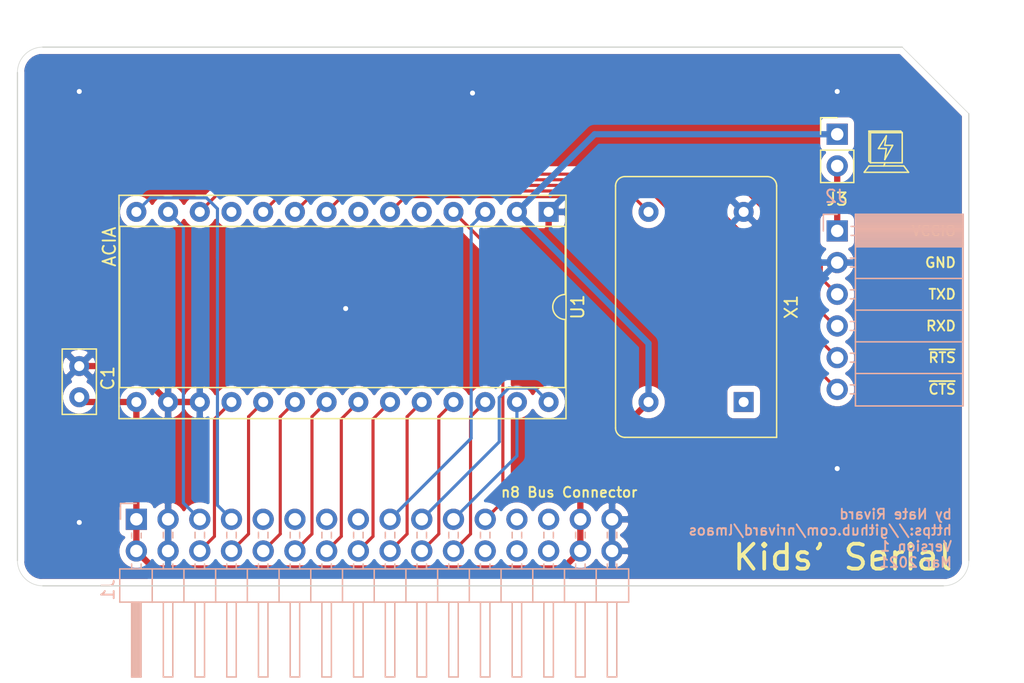
<source format=kicad_pcb>
(kicad_pcb (version 20171130) (host pcbnew "(5.1.9-0-10_14)")

  (general
    (thickness 1.6)
    (drawings 42)
    (tracks 106)
    (zones 0)
    (modules 6)
    (nets 37)
  )

  (page A4)
  (layers
    (0 F.Cu signal)
    (31 B.Cu signal)
    (32 B.Adhes user)
    (33 F.Adhes user)
    (34 B.Paste user)
    (35 F.Paste user)
    (36 B.SilkS user)
    (37 F.SilkS user)
    (38 B.Mask user)
    (39 F.Mask user)
    (40 Dwgs.User user)
    (41 Cmts.User user)
    (42 Eco1.User user)
    (43 Eco2.User user)
    (44 Edge.Cuts user)
    (45 Margin user)
    (46 B.CrtYd user)
    (47 F.CrtYd user)
    (48 B.Fab user)
    (49 F.Fab user)
  )

  (setup
    (last_trace_width 0.25)
    (trace_clearance 0.2)
    (zone_clearance 0.508)
    (zone_45_only no)
    (trace_min 0.2)
    (via_size 0.8)
    (via_drill 0.4)
    (via_min_size 0.4)
    (via_min_drill 0.3)
    (uvia_size 0.3)
    (uvia_drill 0.1)
    (uvias_allowed no)
    (uvia_min_size 0.2)
    (uvia_min_drill 0.1)
    (edge_width 0.05)
    (segment_width 0.2)
    (pcb_text_width 0.3)
    (pcb_text_size 1.5 1.5)
    (mod_edge_width 0.12)
    (mod_text_size 1 1)
    (mod_text_width 0.15)
    (pad_size 1.524 1.524)
    (pad_drill 0.762)
    (pad_to_mask_clearance 0)
    (aux_axis_origin 0 0)
    (visible_elements FFFFFF7F)
    (pcbplotparams
      (layerselection 0x010fc_ffffffff)
      (usegerberextensions false)
      (usegerberattributes true)
      (usegerberadvancedattributes true)
      (creategerberjobfile true)
      (excludeedgelayer true)
      (linewidth 0.100000)
      (plotframeref false)
      (viasonmask false)
      (mode 1)
      (useauxorigin false)
      (hpglpennumber 1)
      (hpglpenspeed 20)
      (hpglpendiameter 15.000000)
      (psnegative false)
      (psa4output false)
      (plotreference true)
      (plotvalue true)
      (plotinvisibletext false)
      (padsonsilk false)
      (subtractmaskfromsilk false)
      (outputformat 1)
      (mirror false)
      (drillshape 1)
      (scaleselection 1)
      (outputdirectory ""))
  )

  (net 0 "")
  (net 1 +5V)
  (net 2 GND)
  (net 3 /A0)
  (net 4 /D0)
  (net 5 /A1)
  (net 6 /D1)
  (net 7 /A2)
  (net 8 /D2)
  (net 9 /A3)
  (net 10 /D3)
  (net 11 /A4)
  (net 12 /D4)
  (net 13 /A5)
  (net 14 /D5)
  (net 15 ~CS)
  (net 16 /D6)
  (net 17 R~W)
  (net 18 /D7)
  (net 19 CLK)
  (net 20 ~IRQ)
  (net 21 ~RES)
  (net 22 "Net-(J1-Pad24)")
  (net 23 "Net-(J1-Pad25)")
  (net 24 "Net-(J1-Pad26)")
  (net 25 "Net-(J1-Pad27)")
  (net 26 "Net-(J1-Pad28)")
  (net 27 VCC_IO)
  (net 28 TXD_IO)
  (net 29 RXD_IO)
  (net 30 ~RTS_IO)
  (net 31 ~CTS_IO)
  (net 32 "Net-(U1-Pad5)")
  (net 33 XTAL_CLK)
  (net 34 "Net-(U1-Pad7)")
  (net 35 "Net-(U1-Pad11)")
  (net 36 "Net-(X1-Pad1)")

  (net_class Default "This is the default net class."
    (clearance 0.2)
    (trace_width 0.25)
    (via_dia 0.8)
    (via_drill 0.4)
    (uvia_dia 0.3)
    (uvia_drill 0.1)
    (add_net /A0)
    (add_net /A1)
    (add_net /A2)
    (add_net /A3)
    (add_net /A4)
    (add_net /A5)
    (add_net /D0)
    (add_net /D1)
    (add_net /D2)
    (add_net /D3)
    (add_net /D4)
    (add_net /D5)
    (add_net /D6)
    (add_net /D7)
    (add_net CLK)
    (add_net "Net-(J1-Pad24)")
    (add_net "Net-(J1-Pad25)")
    (add_net "Net-(J1-Pad26)")
    (add_net "Net-(J1-Pad27)")
    (add_net "Net-(J1-Pad28)")
    (add_net "Net-(U1-Pad11)")
    (add_net "Net-(U1-Pad5)")
    (add_net "Net-(U1-Pad7)")
    (add_net "Net-(X1-Pad1)")
    (add_net RXD_IO)
    (add_net R~W)
    (add_net TXD_IO)
    (add_net XTAL_CLK)
    (add_net ~CS)
    (add_net ~CTS_IO)
    (add_net ~IRQ)
    (add_net ~RES)
    (add_net ~RTS_IO)
  )

  (net_class Power ""
    (clearance 0.3)
    (trace_width 0.5)
    (via_dia 0.8)
    (via_drill 0.4)
    (uvia_dia 0.3)
    (uvia_drill 0.1)
    (add_net +5V)
    (add_net GND)
    (add_net VCC_IO)
  )

  (module Package_DIP:DIP-28_W15.24mm_Socket (layer F.Cu) (tedit 5A02E8C5) (tstamp 604BED64)
    (at 143.129 88.011 270)
    (descr "28-lead though-hole mounted DIP package, row spacing 15.24 mm (600 mils), Socket")
    (tags "THT DIP DIL PDIP 2.54mm 15.24mm 600mil Socket")
    (path /604C389E)
    (fp_text reference U1 (at 7.62 -2.33 90) (layer F.SilkS)
      (effects (font (size 1 1) (thickness 0.15)))
    )
    (fp_text value 6551 (at 7.62 35.35 90) (layer F.Fab)
      (effects (font (size 1 1) (thickness 0.15)))
    )
    (fp_line (start 16.8 -1.6) (end -1.55 -1.6) (layer F.CrtYd) (width 0.05))
    (fp_line (start 16.8 34.65) (end 16.8 -1.6) (layer F.CrtYd) (width 0.05))
    (fp_line (start -1.55 34.65) (end 16.8 34.65) (layer F.CrtYd) (width 0.05))
    (fp_line (start -1.55 -1.6) (end -1.55 34.65) (layer F.CrtYd) (width 0.05))
    (fp_line (start 16.57 -1.39) (end -1.33 -1.39) (layer F.SilkS) (width 0.12))
    (fp_line (start 16.57 34.41) (end 16.57 -1.39) (layer F.SilkS) (width 0.12))
    (fp_line (start -1.33 34.41) (end 16.57 34.41) (layer F.SilkS) (width 0.12))
    (fp_line (start -1.33 -1.39) (end -1.33 34.41) (layer F.SilkS) (width 0.12))
    (fp_line (start 14.08 -1.33) (end 8.62 -1.33) (layer F.SilkS) (width 0.12))
    (fp_line (start 14.08 34.35) (end 14.08 -1.33) (layer F.SilkS) (width 0.12))
    (fp_line (start 1.16 34.35) (end 14.08 34.35) (layer F.SilkS) (width 0.12))
    (fp_line (start 1.16 -1.33) (end 1.16 34.35) (layer F.SilkS) (width 0.12))
    (fp_line (start 6.62 -1.33) (end 1.16 -1.33) (layer F.SilkS) (width 0.12))
    (fp_line (start 16.51 -1.33) (end -1.27 -1.33) (layer F.Fab) (width 0.1))
    (fp_line (start 16.51 34.35) (end 16.51 -1.33) (layer F.Fab) (width 0.1))
    (fp_line (start -1.27 34.35) (end 16.51 34.35) (layer F.Fab) (width 0.1))
    (fp_line (start -1.27 -1.33) (end -1.27 34.35) (layer F.Fab) (width 0.1))
    (fp_line (start 0.255 -0.27) (end 1.255 -1.27) (layer F.Fab) (width 0.1))
    (fp_line (start 0.255 34.29) (end 0.255 -0.27) (layer F.Fab) (width 0.1))
    (fp_line (start 14.985 34.29) (end 0.255 34.29) (layer F.Fab) (width 0.1))
    (fp_line (start 14.985 -1.27) (end 14.985 34.29) (layer F.Fab) (width 0.1))
    (fp_line (start 1.255 -1.27) (end 14.985 -1.27) (layer F.Fab) (width 0.1))
    (fp_text user %R (at 7.62 16.51 90) (layer F.Fab)
      (effects (font (size 1 1) (thickness 0.15)))
    )
    (fp_arc (start 7.62 -1.33) (end 6.62 -1.33) (angle -180) (layer F.SilkS) (width 0.12))
    (pad 28 thru_hole oval (at 15.24 0 270) (size 1.6 1.6) (drill 0.8) (layers *.Cu *.Mask)
      (net 17 R~W))
    (pad 14 thru_hole oval (at 0 33.02 270) (size 1.6 1.6) (drill 0.8) (layers *.Cu *.Mask)
      (net 5 /A1))
    (pad 27 thru_hole oval (at 15.24 2.54 270) (size 1.6 1.6) (drill 0.8) (layers *.Cu *.Mask)
      (net 19 CLK))
    (pad 13 thru_hole oval (at 0 30.48 270) (size 1.6 1.6) (drill 0.8) (layers *.Cu *.Mask)
      (net 3 /A0))
    (pad 26 thru_hole oval (at 15.24 5.08 270) (size 1.6 1.6) (drill 0.8) (layers *.Cu *.Mask)
      (net 20 ~IRQ))
    (pad 12 thru_hole oval (at 0 27.94 270) (size 1.6 1.6) (drill 0.8) (layers *.Cu *.Mask)
      (net 28 TXD_IO))
    (pad 25 thru_hole oval (at 15.24 7.62 270) (size 1.6 1.6) (drill 0.8) (layers *.Cu *.Mask)
      (net 18 /D7))
    (pad 11 thru_hole oval (at 0 25.4 270) (size 1.6 1.6) (drill 0.8) (layers *.Cu *.Mask)
      (net 35 "Net-(U1-Pad11)"))
    (pad 24 thru_hole oval (at 15.24 10.16 270) (size 1.6 1.6) (drill 0.8) (layers *.Cu *.Mask)
      (net 16 /D6))
    (pad 10 thru_hole oval (at 0 22.86 270) (size 1.6 1.6) (drill 0.8) (layers *.Cu *.Mask)
      (net 29 RXD_IO))
    (pad 23 thru_hole oval (at 15.24 12.7 270) (size 1.6 1.6) (drill 0.8) (layers *.Cu *.Mask)
      (net 14 /D5))
    (pad 9 thru_hole oval (at 0 20.32 270) (size 1.6 1.6) (drill 0.8) (layers *.Cu *.Mask)
      (net 30 ~RTS_IO))
    (pad 22 thru_hole oval (at 15.24 15.24 270) (size 1.6 1.6) (drill 0.8) (layers *.Cu *.Mask)
      (net 12 /D4))
    (pad 8 thru_hole oval (at 0 17.78 270) (size 1.6 1.6) (drill 0.8) (layers *.Cu *.Mask)
      (net 31 ~CTS_IO))
    (pad 21 thru_hole oval (at 15.24 17.78 270) (size 1.6 1.6) (drill 0.8) (layers *.Cu *.Mask)
      (net 10 /D3))
    (pad 7 thru_hole oval (at 0 15.24 270) (size 1.6 1.6) (drill 0.8) (layers *.Cu *.Mask)
      (net 34 "Net-(U1-Pad7)"))
    (pad 20 thru_hole oval (at 15.24 20.32 270) (size 1.6 1.6) (drill 0.8) (layers *.Cu *.Mask)
      (net 8 /D2))
    (pad 6 thru_hole oval (at 0 12.7 270) (size 1.6 1.6) (drill 0.8) (layers *.Cu *.Mask)
      (net 33 XTAL_CLK))
    (pad 19 thru_hole oval (at 15.24 22.86 270) (size 1.6 1.6) (drill 0.8) (layers *.Cu *.Mask)
      (net 6 /D1))
    (pad 5 thru_hole oval (at 0 10.16 270) (size 1.6 1.6) (drill 0.8) (layers *.Cu *.Mask)
      (net 32 "Net-(U1-Pad5)"))
    (pad 18 thru_hole oval (at 15.24 25.4 270) (size 1.6 1.6) (drill 0.8) (layers *.Cu *.Mask)
      (net 4 /D0))
    (pad 4 thru_hole oval (at 0 7.62 270) (size 1.6 1.6) (drill 0.8) (layers *.Cu *.Mask)
      (net 21 ~RES))
    (pad 17 thru_hole oval (at 15.24 27.94 270) (size 1.6 1.6) (drill 0.8) (layers *.Cu *.Mask)
      (net 2 GND))
    (pad 3 thru_hole oval (at 0 5.08 270) (size 1.6 1.6) (drill 0.8) (layers *.Cu *.Mask)
      (net 15 ~CS))
    (pad 16 thru_hole oval (at 15.24 30.48 270) (size 1.6 1.6) (drill 0.8) (layers *.Cu *.Mask)
      (net 2 GND))
    (pad 2 thru_hole oval (at 0 2.54 270) (size 1.6 1.6) (drill 0.8) (layers *.Cu *.Mask)
      (net 1 +5V))
    (pad 15 thru_hole oval (at 15.24 33.02 270) (size 1.6 1.6) (drill 0.8) (layers *.Cu *.Mask)
      (net 1 +5V))
    (pad 1 thru_hole rect (at 0 0 270) (size 1.6 1.6) (drill 0.8) (layers *.Cu *.Mask)
      (net 2 GND))
    (model ${KISYS3DMOD}/Package_DIP.3dshapes/DIP-28_W15.24mm_Socket.wrl
      (at (xyz 0 0 0))
      (scale (xyz 1 1 1))
      (rotate (xyz 0 0 0))
    )
  )

  (module Connector_PinHeader_2.54mm:PinHeader_1x02_P2.54mm_Vertical (layer F.Cu) (tedit 59FED5CC) (tstamp 604BED34)
    (at 166.243 81.788)
    (descr "Through hole straight pin header, 1x02, 2.54mm pitch, single row")
    (tags "Through hole pin header THT 1x02 2.54mm single row")
    (path /604BB5D2)
    (fp_text reference J3 (at 0 5.207) (layer F.SilkS)
      (effects (font (size 1 1) (thickness 0.15)))
    )
    (fp_text value PowerViaUSB (at 0 4.87) (layer F.Fab)
      (effects (font (size 1 1) (thickness 0.15)))
    )
    (fp_line (start 1.8 -1.8) (end -1.8 -1.8) (layer F.CrtYd) (width 0.05))
    (fp_line (start 1.8 4.35) (end 1.8 -1.8) (layer F.CrtYd) (width 0.05))
    (fp_line (start -1.8 4.35) (end 1.8 4.35) (layer F.CrtYd) (width 0.05))
    (fp_line (start -1.8 -1.8) (end -1.8 4.35) (layer F.CrtYd) (width 0.05))
    (fp_line (start -1.33 -1.33) (end 0 -1.33) (layer F.SilkS) (width 0.12))
    (fp_line (start -1.33 0) (end -1.33 -1.33) (layer F.SilkS) (width 0.12))
    (fp_line (start -1.33 1.27) (end 1.33 1.27) (layer F.SilkS) (width 0.12))
    (fp_line (start 1.33 1.27) (end 1.33 3.87) (layer F.SilkS) (width 0.12))
    (fp_line (start -1.33 1.27) (end -1.33 3.87) (layer F.SilkS) (width 0.12))
    (fp_line (start -1.33 3.87) (end 1.33 3.87) (layer F.SilkS) (width 0.12))
    (fp_line (start -1.27 -0.635) (end -0.635 -1.27) (layer F.Fab) (width 0.1))
    (fp_line (start -1.27 3.81) (end -1.27 -0.635) (layer F.Fab) (width 0.1))
    (fp_line (start 1.27 3.81) (end -1.27 3.81) (layer F.Fab) (width 0.1))
    (fp_line (start 1.27 -1.27) (end 1.27 3.81) (layer F.Fab) (width 0.1))
    (fp_line (start -0.635 -1.27) (end 1.27 -1.27) (layer F.Fab) (width 0.1))
    (fp_text user %R (at 0 1.27 90) (layer F.Fab)
      (effects (font (size 1 1) (thickness 0.15)))
    )
    (pad 2 thru_hole oval (at 0 2.54) (size 1.7 1.7) (drill 1) (layers *.Cu *.Mask)
      (net 27 VCC_IO))
    (pad 1 thru_hole rect (at 0 0) (size 1.7 1.7) (drill 1) (layers *.Cu *.Mask)
      (net 1 +5V))
    (model ${KISYS3DMOD}/Connector_PinHeader_2.54mm.3dshapes/PinHeader_1x02_P2.54mm_Vertical.wrl
      (at (xyz 0 0 0))
      (scale (xyz 1 1 1))
      (rotate (xyz 0 0 0))
    )
  )

  (module Connector_PinSocket_2.54mm:PinSocket_1x06_P2.54mm_Horizontal (layer B.Cu) (tedit 5A19A42D) (tstamp 604BF03C)
    (at 166.243 89.535 180)
    (descr "Through hole angled socket strip, 1x06, 2.54mm pitch, 8.51mm socket length, single row (from Kicad 4.0.7), script generated")
    (tags "Through hole angled socket strip THT 1x06 2.54mm single row")
    (path /60533E57)
    (fp_text reference J2 (at 0.127 2.77) (layer B.SilkS)
      (effects (font (size 1 1) (thickness 0.15)) (justify mirror))
    )
    (fp_text value UARTConnector (at -4.38 -15.47) (layer B.Fab)
      (effects (font (size 1 1) (thickness 0.15)) (justify mirror))
    )
    (fp_line (start 1.75 -14.45) (end 1.75 1.8) (layer B.CrtYd) (width 0.05))
    (fp_line (start -10.55 -14.45) (end 1.75 -14.45) (layer B.CrtYd) (width 0.05))
    (fp_line (start -10.55 1.8) (end -10.55 -14.45) (layer B.CrtYd) (width 0.05))
    (fp_line (start 1.75 1.8) (end -10.55 1.8) (layer B.CrtYd) (width 0.05))
    (fp_line (start 0 1.33) (end 1.11 1.33) (layer B.SilkS) (width 0.12))
    (fp_line (start 1.11 1.33) (end 1.11 0) (layer B.SilkS) (width 0.12))
    (fp_line (start -10.09 1.33) (end -10.09 -14.03) (layer B.SilkS) (width 0.12))
    (fp_line (start -10.09 -14.03) (end -1.46 -14.03) (layer B.SilkS) (width 0.12))
    (fp_line (start -1.46 1.33) (end -1.46 -14.03) (layer B.SilkS) (width 0.12))
    (fp_line (start -10.09 1.33) (end -1.46 1.33) (layer B.SilkS) (width 0.12))
    (fp_line (start -10.09 -11.43) (end -1.46 -11.43) (layer B.SilkS) (width 0.12))
    (fp_line (start -10.09 -8.89) (end -1.46 -8.89) (layer B.SilkS) (width 0.12))
    (fp_line (start -10.09 -6.35) (end -1.46 -6.35) (layer B.SilkS) (width 0.12))
    (fp_line (start -10.09 -3.81) (end -1.46 -3.81) (layer B.SilkS) (width 0.12))
    (fp_line (start -10.09 -1.27) (end -1.46 -1.27) (layer B.SilkS) (width 0.12))
    (fp_line (start -1.46 -13.06) (end -1.05 -13.06) (layer B.SilkS) (width 0.12))
    (fp_line (start -1.46 -12.34) (end -1.05 -12.34) (layer B.SilkS) (width 0.12))
    (fp_line (start -1.46 -10.52) (end -1.05 -10.52) (layer B.SilkS) (width 0.12))
    (fp_line (start -1.46 -9.8) (end -1.05 -9.8) (layer B.SilkS) (width 0.12))
    (fp_line (start -1.46 -7.98) (end -1.05 -7.98) (layer B.SilkS) (width 0.12))
    (fp_line (start -1.46 -7.26) (end -1.05 -7.26) (layer B.SilkS) (width 0.12))
    (fp_line (start -1.46 -5.44) (end -1.05 -5.44) (layer B.SilkS) (width 0.12))
    (fp_line (start -1.46 -4.72) (end -1.05 -4.72) (layer B.SilkS) (width 0.12))
    (fp_line (start -1.46 -2.9) (end -1.05 -2.9) (layer B.SilkS) (width 0.12))
    (fp_line (start -1.46 -2.18) (end -1.05 -2.18) (layer B.SilkS) (width 0.12))
    (fp_line (start -1.46 -0.36) (end -1.11 -0.36) (layer B.SilkS) (width 0.12))
    (fp_line (start -1.46 0.36) (end -1.11 0.36) (layer B.SilkS) (width 0.12))
    (fp_line (start -10.09 -1.1519) (end -1.46 -1.1519) (layer B.SilkS) (width 0.12))
    (fp_line (start -10.09 -1.033805) (end -1.46 -1.033805) (layer B.SilkS) (width 0.12))
    (fp_line (start -10.09 -0.91571) (end -1.46 -0.91571) (layer B.SilkS) (width 0.12))
    (fp_line (start -10.09 -0.797615) (end -1.46 -0.797615) (layer B.SilkS) (width 0.12))
    (fp_line (start -10.09 -0.67952) (end -1.46 -0.67952) (layer B.SilkS) (width 0.12))
    (fp_line (start -10.09 -0.561425) (end -1.46 -0.561425) (layer B.SilkS) (width 0.12))
    (fp_line (start -10.09 -0.44333) (end -1.46 -0.44333) (layer B.SilkS) (width 0.12))
    (fp_line (start -10.09 -0.325235) (end -1.46 -0.325235) (layer B.SilkS) (width 0.12))
    (fp_line (start -10.09 -0.20714) (end -1.46 -0.20714) (layer B.SilkS) (width 0.12))
    (fp_line (start -10.09 -0.089045) (end -1.46 -0.089045) (layer B.SilkS) (width 0.12))
    (fp_line (start -10.09 0.02905) (end -1.46 0.02905) (layer B.SilkS) (width 0.12))
    (fp_line (start -10.09 0.147145) (end -1.46 0.147145) (layer B.SilkS) (width 0.12))
    (fp_line (start -10.09 0.26524) (end -1.46 0.26524) (layer B.SilkS) (width 0.12))
    (fp_line (start -10.09 0.383335) (end -1.46 0.383335) (layer B.SilkS) (width 0.12))
    (fp_line (start -10.09 0.50143) (end -1.46 0.50143) (layer B.SilkS) (width 0.12))
    (fp_line (start -10.09 0.619525) (end -1.46 0.619525) (layer B.SilkS) (width 0.12))
    (fp_line (start -10.09 0.73762) (end -1.46 0.73762) (layer B.SilkS) (width 0.12))
    (fp_line (start -10.09 0.855715) (end -1.46 0.855715) (layer B.SilkS) (width 0.12))
    (fp_line (start -10.09 0.97381) (end -1.46 0.97381) (layer B.SilkS) (width 0.12))
    (fp_line (start -10.09 1.091905) (end -1.46 1.091905) (layer B.SilkS) (width 0.12))
    (fp_line (start -10.09 1.21) (end -1.46 1.21) (layer B.SilkS) (width 0.12))
    (fp_line (start 0 -13) (end 0 -12.4) (layer B.Fab) (width 0.1))
    (fp_line (start -1.52 -13) (end 0 -13) (layer B.Fab) (width 0.1))
    (fp_line (start 0 -12.4) (end -1.52 -12.4) (layer B.Fab) (width 0.1))
    (fp_line (start 0 -10.46) (end 0 -9.86) (layer B.Fab) (width 0.1))
    (fp_line (start -1.52 -10.46) (end 0 -10.46) (layer B.Fab) (width 0.1))
    (fp_line (start 0 -9.86) (end -1.52 -9.86) (layer B.Fab) (width 0.1))
    (fp_line (start 0 -7.92) (end 0 -7.32) (layer B.Fab) (width 0.1))
    (fp_line (start -1.52 -7.92) (end 0 -7.92) (layer B.Fab) (width 0.1))
    (fp_line (start 0 -7.32) (end -1.52 -7.32) (layer B.Fab) (width 0.1))
    (fp_line (start 0 -5.38) (end 0 -4.78) (layer B.Fab) (width 0.1))
    (fp_line (start -1.52 -5.38) (end 0 -5.38) (layer B.Fab) (width 0.1))
    (fp_line (start 0 -4.78) (end -1.52 -4.78) (layer B.Fab) (width 0.1))
    (fp_line (start 0 -2.84) (end 0 -2.24) (layer B.Fab) (width 0.1))
    (fp_line (start -1.52 -2.84) (end 0 -2.84) (layer B.Fab) (width 0.1))
    (fp_line (start 0 -2.24) (end -1.52 -2.24) (layer B.Fab) (width 0.1))
    (fp_line (start 0 -0.3) (end 0 0.3) (layer B.Fab) (width 0.1))
    (fp_line (start -1.52 -0.3) (end 0 -0.3) (layer B.Fab) (width 0.1))
    (fp_line (start 0 0.3) (end -1.52 0.3) (layer B.Fab) (width 0.1))
    (fp_line (start -10.03 -13.97) (end -10.03 1.27) (layer B.Fab) (width 0.1))
    (fp_line (start -1.52 -13.97) (end -10.03 -13.97) (layer B.Fab) (width 0.1))
    (fp_line (start -1.52 0.3) (end -1.52 -13.97) (layer B.Fab) (width 0.1))
    (fp_line (start -2.49 1.27) (end -1.52 0.3) (layer B.Fab) (width 0.1))
    (fp_line (start -10.03 1.27) (end -2.49 1.27) (layer B.Fab) (width 0.1))
    (fp_text user %R (at -5.775 -6.35 270) (layer B.Fab)
      (effects (font (size 1 1) (thickness 0.15)) (justify mirror))
    )
    (pad 6 thru_hole oval (at 0 -12.7 180) (size 1.7 1.7) (drill 1) (layers *.Cu *.Mask)
      (net 31 ~CTS_IO))
    (pad 5 thru_hole oval (at 0 -10.16 180) (size 1.7 1.7) (drill 1) (layers *.Cu *.Mask)
      (net 30 ~RTS_IO))
    (pad 4 thru_hole oval (at 0 -7.62 180) (size 1.7 1.7) (drill 1) (layers *.Cu *.Mask)
      (net 29 RXD_IO))
    (pad 3 thru_hole oval (at 0 -5.08 180) (size 1.7 1.7) (drill 1) (layers *.Cu *.Mask)
      (net 28 TXD_IO))
    (pad 2 thru_hole oval (at 0 -2.54 180) (size 1.7 1.7) (drill 1) (layers *.Cu *.Mask)
      (net 2 GND))
    (pad 1 thru_hole rect (at 0 0 180) (size 1.7 1.7) (drill 1) (layers *.Cu *.Mask)
      (net 27 VCC_IO))
    (model ${KISYS3DMOD}/Connector_PinSocket_2.54mm.3dshapes/PinSocket_1x06_P2.54mm_Horizontal.wrl
      (at (xyz 0 0 0))
      (scale (xyz 1 1 1))
      (rotate (xyz 0 0 0))
    )
  )

  (module Capacitor_THT:C_Disc_D5.0mm_W2.5mm_P2.50mm (layer F.Cu) (tedit 5AE50EF0) (tstamp 604C08FA)
    (at 105.537 102.87 90)
    (descr "C, Disc series, Radial, pin pitch=2.50mm, , diameter*width=5*2.5mm^2, Capacitor, http://cdn-reichelt.de/documents/datenblatt/B300/DS_KERKO_TC.pdf")
    (tags "C Disc series Radial pin pitch 2.50mm  diameter 5mm width 2.5mm Capacitor")
    (path /604C8433)
    (fp_text reference C1 (at 1.524 2.286 90) (layer F.SilkS)
      (effects (font (size 1 1) (thickness 0.15)))
    )
    (fp_text value 100nf (at 1.25 2.5 90) (layer F.Fab)
      (effects (font (size 1 1) (thickness 0.15)))
    )
    (fp_line (start 4 -1.5) (end -1.5 -1.5) (layer F.CrtYd) (width 0.05))
    (fp_line (start 4 1.5) (end 4 -1.5) (layer F.CrtYd) (width 0.05))
    (fp_line (start -1.5 1.5) (end 4 1.5) (layer F.CrtYd) (width 0.05))
    (fp_line (start -1.5 -1.5) (end -1.5 1.5) (layer F.CrtYd) (width 0.05))
    (fp_line (start 3.87 -1.37) (end 3.87 1.37) (layer F.SilkS) (width 0.12))
    (fp_line (start -1.37 -1.37) (end -1.37 1.37) (layer F.SilkS) (width 0.12))
    (fp_line (start -1.37 1.37) (end 3.87 1.37) (layer F.SilkS) (width 0.12))
    (fp_line (start -1.37 -1.37) (end 3.87 -1.37) (layer F.SilkS) (width 0.12))
    (fp_line (start 3.75 -1.25) (end -1.25 -1.25) (layer F.Fab) (width 0.1))
    (fp_line (start 3.75 1.25) (end 3.75 -1.25) (layer F.Fab) (width 0.1))
    (fp_line (start -1.25 1.25) (end 3.75 1.25) (layer F.Fab) (width 0.1))
    (fp_line (start -1.25 -1.25) (end -1.25 1.25) (layer F.Fab) (width 0.1))
    (fp_text user %R (at 1.25 0 90) (layer F.Fab)
      (effects (font (size 1 1) (thickness 0.15)))
    )
    (pad 2 thru_hole circle (at 2.5 0 90) (size 1.6 1.6) (drill 0.8) (layers *.Cu *.Mask)
      (net 2 GND))
    (pad 1 thru_hole circle (at 0 0 90) (size 1.6 1.6) (drill 0.8) (layers *.Cu *.Mask)
      (net 1 +5V))
    (model ${KISYS3DMOD}/Capacitor_THT.3dshapes/C_Disc_D5.0mm_W2.5mm_P2.50mm.wrl
      (at (xyz 0 0 0))
      (scale (xyz 1 1 1))
      (rotate (xyz 0 0 0))
    )
  )

  (module Connector_PinHeader_2.54mm:PinHeader_2x16_P2.54mm_Horizontal (layer B.Cu) (tedit 59FED5CB) (tstamp 604BDC91)
    (at 110.109 112.649 270)
    (descr "Through hole angled pin header, 2x16, 2.54mm pitch, 6mm pin length, double rows")
    (tags "Through hole angled pin header THT 2x16 2.54mm double row")
    (path /604C03AC)
    (fp_text reference J1 (at 5.655 2.27 270) (layer B.SilkS)
      (effects (font (size 1 1) (thickness 0.15)) (justify mirror))
    )
    (fp_text value "n8 Bus Connector" (at 5.655 -40.37 270) (layer B.Fab)
      (effects (font (size 1 1) (thickness 0.15)) (justify mirror))
    )
    (fp_line (start 13.1 1.8) (end -1.8 1.8) (layer B.CrtYd) (width 0.05))
    (fp_line (start 13.1 -39.9) (end 13.1 1.8) (layer B.CrtYd) (width 0.05))
    (fp_line (start -1.8 -39.9) (end 13.1 -39.9) (layer B.CrtYd) (width 0.05))
    (fp_line (start -1.8 1.8) (end -1.8 -39.9) (layer B.CrtYd) (width 0.05))
    (fp_line (start -1.27 1.27) (end 0 1.27) (layer B.SilkS) (width 0.12))
    (fp_line (start -1.27 0) (end -1.27 1.27) (layer B.SilkS) (width 0.12))
    (fp_line (start 1.042929 -38.48) (end 1.497071 -38.48) (layer B.SilkS) (width 0.12))
    (fp_line (start 1.042929 -37.72) (end 1.497071 -37.72) (layer B.SilkS) (width 0.12))
    (fp_line (start 3.582929 -38.48) (end 3.98 -38.48) (layer B.SilkS) (width 0.12))
    (fp_line (start 3.582929 -37.72) (end 3.98 -37.72) (layer B.SilkS) (width 0.12))
    (fp_line (start 12.64 -38.48) (end 6.64 -38.48) (layer B.SilkS) (width 0.12))
    (fp_line (start 12.64 -37.72) (end 12.64 -38.48) (layer B.SilkS) (width 0.12))
    (fp_line (start 6.64 -37.72) (end 12.64 -37.72) (layer B.SilkS) (width 0.12))
    (fp_line (start 3.98 -36.83) (end 6.64 -36.83) (layer B.SilkS) (width 0.12))
    (fp_line (start 1.042929 -35.94) (end 1.497071 -35.94) (layer B.SilkS) (width 0.12))
    (fp_line (start 1.042929 -35.18) (end 1.497071 -35.18) (layer B.SilkS) (width 0.12))
    (fp_line (start 3.582929 -35.94) (end 3.98 -35.94) (layer B.SilkS) (width 0.12))
    (fp_line (start 3.582929 -35.18) (end 3.98 -35.18) (layer B.SilkS) (width 0.12))
    (fp_line (start 12.64 -35.94) (end 6.64 -35.94) (layer B.SilkS) (width 0.12))
    (fp_line (start 12.64 -35.18) (end 12.64 -35.94) (layer B.SilkS) (width 0.12))
    (fp_line (start 6.64 -35.18) (end 12.64 -35.18) (layer B.SilkS) (width 0.12))
    (fp_line (start 3.98 -34.29) (end 6.64 -34.29) (layer B.SilkS) (width 0.12))
    (fp_line (start 1.042929 -33.4) (end 1.497071 -33.4) (layer B.SilkS) (width 0.12))
    (fp_line (start 1.042929 -32.64) (end 1.497071 -32.64) (layer B.SilkS) (width 0.12))
    (fp_line (start 3.582929 -33.4) (end 3.98 -33.4) (layer B.SilkS) (width 0.12))
    (fp_line (start 3.582929 -32.64) (end 3.98 -32.64) (layer B.SilkS) (width 0.12))
    (fp_line (start 12.64 -33.4) (end 6.64 -33.4) (layer B.SilkS) (width 0.12))
    (fp_line (start 12.64 -32.64) (end 12.64 -33.4) (layer B.SilkS) (width 0.12))
    (fp_line (start 6.64 -32.64) (end 12.64 -32.64) (layer B.SilkS) (width 0.12))
    (fp_line (start 3.98 -31.75) (end 6.64 -31.75) (layer B.SilkS) (width 0.12))
    (fp_line (start 1.042929 -30.86) (end 1.497071 -30.86) (layer B.SilkS) (width 0.12))
    (fp_line (start 1.042929 -30.1) (end 1.497071 -30.1) (layer B.SilkS) (width 0.12))
    (fp_line (start 3.582929 -30.86) (end 3.98 -30.86) (layer B.SilkS) (width 0.12))
    (fp_line (start 3.582929 -30.1) (end 3.98 -30.1) (layer B.SilkS) (width 0.12))
    (fp_line (start 12.64 -30.86) (end 6.64 -30.86) (layer B.SilkS) (width 0.12))
    (fp_line (start 12.64 -30.1) (end 12.64 -30.86) (layer B.SilkS) (width 0.12))
    (fp_line (start 6.64 -30.1) (end 12.64 -30.1) (layer B.SilkS) (width 0.12))
    (fp_line (start 3.98 -29.21) (end 6.64 -29.21) (layer B.SilkS) (width 0.12))
    (fp_line (start 1.042929 -28.32) (end 1.497071 -28.32) (layer B.SilkS) (width 0.12))
    (fp_line (start 1.042929 -27.56) (end 1.497071 -27.56) (layer B.SilkS) (width 0.12))
    (fp_line (start 3.582929 -28.32) (end 3.98 -28.32) (layer B.SilkS) (width 0.12))
    (fp_line (start 3.582929 -27.56) (end 3.98 -27.56) (layer B.SilkS) (width 0.12))
    (fp_line (start 12.64 -28.32) (end 6.64 -28.32) (layer B.SilkS) (width 0.12))
    (fp_line (start 12.64 -27.56) (end 12.64 -28.32) (layer B.SilkS) (width 0.12))
    (fp_line (start 6.64 -27.56) (end 12.64 -27.56) (layer B.SilkS) (width 0.12))
    (fp_line (start 3.98 -26.67) (end 6.64 -26.67) (layer B.SilkS) (width 0.12))
    (fp_line (start 1.042929 -25.78) (end 1.497071 -25.78) (layer B.SilkS) (width 0.12))
    (fp_line (start 1.042929 -25.02) (end 1.497071 -25.02) (layer B.SilkS) (width 0.12))
    (fp_line (start 3.582929 -25.78) (end 3.98 -25.78) (layer B.SilkS) (width 0.12))
    (fp_line (start 3.582929 -25.02) (end 3.98 -25.02) (layer B.SilkS) (width 0.12))
    (fp_line (start 12.64 -25.78) (end 6.64 -25.78) (layer B.SilkS) (width 0.12))
    (fp_line (start 12.64 -25.02) (end 12.64 -25.78) (layer B.SilkS) (width 0.12))
    (fp_line (start 6.64 -25.02) (end 12.64 -25.02) (layer B.SilkS) (width 0.12))
    (fp_line (start 3.98 -24.13) (end 6.64 -24.13) (layer B.SilkS) (width 0.12))
    (fp_line (start 1.042929 -23.24) (end 1.497071 -23.24) (layer B.SilkS) (width 0.12))
    (fp_line (start 1.042929 -22.48) (end 1.497071 -22.48) (layer B.SilkS) (width 0.12))
    (fp_line (start 3.582929 -23.24) (end 3.98 -23.24) (layer B.SilkS) (width 0.12))
    (fp_line (start 3.582929 -22.48) (end 3.98 -22.48) (layer B.SilkS) (width 0.12))
    (fp_line (start 12.64 -23.24) (end 6.64 -23.24) (layer B.SilkS) (width 0.12))
    (fp_line (start 12.64 -22.48) (end 12.64 -23.24) (layer B.SilkS) (width 0.12))
    (fp_line (start 6.64 -22.48) (end 12.64 -22.48) (layer B.SilkS) (width 0.12))
    (fp_line (start 3.98 -21.59) (end 6.64 -21.59) (layer B.SilkS) (width 0.12))
    (fp_line (start 1.042929 -20.7) (end 1.497071 -20.7) (layer B.SilkS) (width 0.12))
    (fp_line (start 1.042929 -19.94) (end 1.497071 -19.94) (layer B.SilkS) (width 0.12))
    (fp_line (start 3.582929 -20.7) (end 3.98 -20.7) (layer B.SilkS) (width 0.12))
    (fp_line (start 3.582929 -19.94) (end 3.98 -19.94) (layer B.SilkS) (width 0.12))
    (fp_line (start 12.64 -20.7) (end 6.64 -20.7) (layer B.SilkS) (width 0.12))
    (fp_line (start 12.64 -19.94) (end 12.64 -20.7) (layer B.SilkS) (width 0.12))
    (fp_line (start 6.64 -19.94) (end 12.64 -19.94) (layer B.SilkS) (width 0.12))
    (fp_line (start 3.98 -19.05) (end 6.64 -19.05) (layer B.SilkS) (width 0.12))
    (fp_line (start 1.042929 -18.16) (end 1.497071 -18.16) (layer B.SilkS) (width 0.12))
    (fp_line (start 1.042929 -17.4) (end 1.497071 -17.4) (layer B.SilkS) (width 0.12))
    (fp_line (start 3.582929 -18.16) (end 3.98 -18.16) (layer B.SilkS) (width 0.12))
    (fp_line (start 3.582929 -17.4) (end 3.98 -17.4) (layer B.SilkS) (width 0.12))
    (fp_line (start 12.64 -18.16) (end 6.64 -18.16) (layer B.SilkS) (width 0.12))
    (fp_line (start 12.64 -17.4) (end 12.64 -18.16) (layer B.SilkS) (width 0.12))
    (fp_line (start 6.64 -17.4) (end 12.64 -17.4) (layer B.SilkS) (width 0.12))
    (fp_line (start 3.98 -16.51) (end 6.64 -16.51) (layer B.SilkS) (width 0.12))
    (fp_line (start 1.042929 -15.62) (end 1.497071 -15.62) (layer B.SilkS) (width 0.12))
    (fp_line (start 1.042929 -14.86) (end 1.497071 -14.86) (layer B.SilkS) (width 0.12))
    (fp_line (start 3.582929 -15.62) (end 3.98 -15.62) (layer B.SilkS) (width 0.12))
    (fp_line (start 3.582929 -14.86) (end 3.98 -14.86) (layer B.SilkS) (width 0.12))
    (fp_line (start 12.64 -15.62) (end 6.64 -15.62) (layer B.SilkS) (width 0.12))
    (fp_line (start 12.64 -14.86) (end 12.64 -15.62) (layer B.SilkS) (width 0.12))
    (fp_line (start 6.64 -14.86) (end 12.64 -14.86) (layer B.SilkS) (width 0.12))
    (fp_line (start 3.98 -13.97) (end 6.64 -13.97) (layer B.SilkS) (width 0.12))
    (fp_line (start 1.042929 -13.08) (end 1.497071 -13.08) (layer B.SilkS) (width 0.12))
    (fp_line (start 1.042929 -12.32) (end 1.497071 -12.32) (layer B.SilkS) (width 0.12))
    (fp_line (start 3.582929 -13.08) (end 3.98 -13.08) (layer B.SilkS) (width 0.12))
    (fp_line (start 3.582929 -12.32) (end 3.98 -12.32) (layer B.SilkS) (width 0.12))
    (fp_line (start 12.64 -13.08) (end 6.64 -13.08) (layer B.SilkS) (width 0.12))
    (fp_line (start 12.64 -12.32) (end 12.64 -13.08) (layer B.SilkS) (width 0.12))
    (fp_line (start 6.64 -12.32) (end 12.64 -12.32) (layer B.SilkS) (width 0.12))
    (fp_line (start 3.98 -11.43) (end 6.64 -11.43) (layer B.SilkS) (width 0.12))
    (fp_line (start 1.042929 -10.54) (end 1.497071 -10.54) (layer B.SilkS) (width 0.12))
    (fp_line (start 1.042929 -9.78) (end 1.497071 -9.78) (layer B.SilkS) (width 0.12))
    (fp_line (start 3.582929 -10.54) (end 3.98 -10.54) (layer B.SilkS) (width 0.12))
    (fp_line (start 3.582929 -9.78) (end 3.98 -9.78) (layer B.SilkS) (width 0.12))
    (fp_line (start 12.64 -10.54) (end 6.64 -10.54) (layer B.SilkS) (width 0.12))
    (fp_line (start 12.64 -9.78) (end 12.64 -10.54) (layer B.SilkS) (width 0.12))
    (fp_line (start 6.64 -9.78) (end 12.64 -9.78) (layer B.SilkS) (width 0.12))
    (fp_line (start 3.98 -8.89) (end 6.64 -8.89) (layer B.SilkS) (width 0.12))
    (fp_line (start 1.042929 -8) (end 1.497071 -8) (layer B.SilkS) (width 0.12))
    (fp_line (start 1.042929 -7.24) (end 1.497071 -7.24) (layer B.SilkS) (width 0.12))
    (fp_line (start 3.582929 -8) (end 3.98 -8) (layer B.SilkS) (width 0.12))
    (fp_line (start 3.582929 -7.24) (end 3.98 -7.24) (layer B.SilkS) (width 0.12))
    (fp_line (start 12.64 -8) (end 6.64 -8) (layer B.SilkS) (width 0.12))
    (fp_line (start 12.64 -7.24) (end 12.64 -8) (layer B.SilkS) (width 0.12))
    (fp_line (start 6.64 -7.24) (end 12.64 -7.24) (layer B.SilkS) (width 0.12))
    (fp_line (start 3.98 -6.35) (end 6.64 -6.35) (layer B.SilkS) (width 0.12))
    (fp_line (start 1.042929 -5.46) (end 1.497071 -5.46) (layer B.SilkS) (width 0.12))
    (fp_line (start 1.042929 -4.7) (end 1.497071 -4.7) (layer B.SilkS) (width 0.12))
    (fp_line (start 3.582929 -5.46) (end 3.98 -5.46) (layer B.SilkS) (width 0.12))
    (fp_line (start 3.582929 -4.7) (end 3.98 -4.7) (layer B.SilkS) (width 0.12))
    (fp_line (start 12.64 -5.46) (end 6.64 -5.46) (layer B.SilkS) (width 0.12))
    (fp_line (start 12.64 -4.7) (end 12.64 -5.46) (layer B.SilkS) (width 0.12))
    (fp_line (start 6.64 -4.7) (end 12.64 -4.7) (layer B.SilkS) (width 0.12))
    (fp_line (start 3.98 -3.81) (end 6.64 -3.81) (layer B.SilkS) (width 0.12))
    (fp_line (start 1.042929 -2.92) (end 1.497071 -2.92) (layer B.SilkS) (width 0.12))
    (fp_line (start 1.042929 -2.16) (end 1.497071 -2.16) (layer B.SilkS) (width 0.12))
    (fp_line (start 3.582929 -2.92) (end 3.98 -2.92) (layer B.SilkS) (width 0.12))
    (fp_line (start 3.582929 -2.16) (end 3.98 -2.16) (layer B.SilkS) (width 0.12))
    (fp_line (start 12.64 -2.92) (end 6.64 -2.92) (layer B.SilkS) (width 0.12))
    (fp_line (start 12.64 -2.16) (end 12.64 -2.92) (layer B.SilkS) (width 0.12))
    (fp_line (start 6.64 -2.16) (end 12.64 -2.16) (layer B.SilkS) (width 0.12))
    (fp_line (start 3.98 -1.27) (end 6.64 -1.27) (layer B.SilkS) (width 0.12))
    (fp_line (start 1.11 -0.38) (end 1.497071 -0.38) (layer B.SilkS) (width 0.12))
    (fp_line (start 1.11 0.38) (end 1.497071 0.38) (layer B.SilkS) (width 0.12))
    (fp_line (start 3.582929 -0.38) (end 3.98 -0.38) (layer B.SilkS) (width 0.12))
    (fp_line (start 3.582929 0.38) (end 3.98 0.38) (layer B.SilkS) (width 0.12))
    (fp_line (start 6.64 -0.28) (end 12.64 -0.28) (layer B.SilkS) (width 0.12))
    (fp_line (start 6.64 -0.16) (end 12.64 -0.16) (layer B.SilkS) (width 0.12))
    (fp_line (start 6.64 -0.04) (end 12.64 -0.04) (layer B.SilkS) (width 0.12))
    (fp_line (start 6.64 0.08) (end 12.64 0.08) (layer B.SilkS) (width 0.12))
    (fp_line (start 6.64 0.2) (end 12.64 0.2) (layer B.SilkS) (width 0.12))
    (fp_line (start 6.64 0.32) (end 12.64 0.32) (layer B.SilkS) (width 0.12))
    (fp_line (start 12.64 -0.38) (end 6.64 -0.38) (layer B.SilkS) (width 0.12))
    (fp_line (start 12.64 0.38) (end 12.64 -0.38) (layer B.SilkS) (width 0.12))
    (fp_line (start 6.64 0.38) (end 12.64 0.38) (layer B.SilkS) (width 0.12))
    (fp_line (start 6.64 1.33) (end 3.98 1.33) (layer B.SilkS) (width 0.12))
    (fp_line (start 6.64 -39.43) (end 6.64 1.33) (layer B.SilkS) (width 0.12))
    (fp_line (start 3.98 -39.43) (end 6.64 -39.43) (layer B.SilkS) (width 0.12))
    (fp_line (start 3.98 1.33) (end 3.98 -39.43) (layer B.SilkS) (width 0.12))
    (fp_line (start 6.58 -38.42) (end 12.58 -38.42) (layer B.Fab) (width 0.1))
    (fp_line (start 12.58 -37.78) (end 12.58 -38.42) (layer B.Fab) (width 0.1))
    (fp_line (start 6.58 -37.78) (end 12.58 -37.78) (layer B.Fab) (width 0.1))
    (fp_line (start -0.32 -38.42) (end 4.04 -38.42) (layer B.Fab) (width 0.1))
    (fp_line (start -0.32 -37.78) (end -0.32 -38.42) (layer B.Fab) (width 0.1))
    (fp_line (start -0.32 -37.78) (end 4.04 -37.78) (layer B.Fab) (width 0.1))
    (fp_line (start 6.58 -35.88) (end 12.58 -35.88) (layer B.Fab) (width 0.1))
    (fp_line (start 12.58 -35.24) (end 12.58 -35.88) (layer B.Fab) (width 0.1))
    (fp_line (start 6.58 -35.24) (end 12.58 -35.24) (layer B.Fab) (width 0.1))
    (fp_line (start -0.32 -35.88) (end 4.04 -35.88) (layer B.Fab) (width 0.1))
    (fp_line (start -0.32 -35.24) (end -0.32 -35.88) (layer B.Fab) (width 0.1))
    (fp_line (start -0.32 -35.24) (end 4.04 -35.24) (layer B.Fab) (width 0.1))
    (fp_line (start 6.58 -33.34) (end 12.58 -33.34) (layer B.Fab) (width 0.1))
    (fp_line (start 12.58 -32.7) (end 12.58 -33.34) (layer B.Fab) (width 0.1))
    (fp_line (start 6.58 -32.7) (end 12.58 -32.7) (layer B.Fab) (width 0.1))
    (fp_line (start -0.32 -33.34) (end 4.04 -33.34) (layer B.Fab) (width 0.1))
    (fp_line (start -0.32 -32.7) (end -0.32 -33.34) (layer B.Fab) (width 0.1))
    (fp_line (start -0.32 -32.7) (end 4.04 -32.7) (layer B.Fab) (width 0.1))
    (fp_line (start 6.58 -30.8) (end 12.58 -30.8) (layer B.Fab) (width 0.1))
    (fp_line (start 12.58 -30.16) (end 12.58 -30.8) (layer B.Fab) (width 0.1))
    (fp_line (start 6.58 -30.16) (end 12.58 -30.16) (layer B.Fab) (width 0.1))
    (fp_line (start -0.32 -30.8) (end 4.04 -30.8) (layer B.Fab) (width 0.1))
    (fp_line (start -0.32 -30.16) (end -0.32 -30.8) (layer B.Fab) (width 0.1))
    (fp_line (start -0.32 -30.16) (end 4.04 -30.16) (layer B.Fab) (width 0.1))
    (fp_line (start 6.58 -28.26) (end 12.58 -28.26) (layer B.Fab) (width 0.1))
    (fp_line (start 12.58 -27.62) (end 12.58 -28.26) (layer B.Fab) (width 0.1))
    (fp_line (start 6.58 -27.62) (end 12.58 -27.62) (layer B.Fab) (width 0.1))
    (fp_line (start -0.32 -28.26) (end 4.04 -28.26) (layer B.Fab) (width 0.1))
    (fp_line (start -0.32 -27.62) (end -0.32 -28.26) (layer B.Fab) (width 0.1))
    (fp_line (start -0.32 -27.62) (end 4.04 -27.62) (layer B.Fab) (width 0.1))
    (fp_line (start 6.58 -25.72) (end 12.58 -25.72) (layer B.Fab) (width 0.1))
    (fp_line (start 12.58 -25.08) (end 12.58 -25.72) (layer B.Fab) (width 0.1))
    (fp_line (start 6.58 -25.08) (end 12.58 -25.08) (layer B.Fab) (width 0.1))
    (fp_line (start -0.32 -25.72) (end 4.04 -25.72) (layer B.Fab) (width 0.1))
    (fp_line (start -0.32 -25.08) (end -0.32 -25.72) (layer B.Fab) (width 0.1))
    (fp_line (start -0.32 -25.08) (end 4.04 -25.08) (layer B.Fab) (width 0.1))
    (fp_line (start 6.58 -23.18) (end 12.58 -23.18) (layer B.Fab) (width 0.1))
    (fp_line (start 12.58 -22.54) (end 12.58 -23.18) (layer B.Fab) (width 0.1))
    (fp_line (start 6.58 -22.54) (end 12.58 -22.54) (layer B.Fab) (width 0.1))
    (fp_line (start -0.32 -23.18) (end 4.04 -23.18) (layer B.Fab) (width 0.1))
    (fp_line (start -0.32 -22.54) (end -0.32 -23.18) (layer B.Fab) (width 0.1))
    (fp_line (start -0.32 -22.54) (end 4.04 -22.54) (layer B.Fab) (width 0.1))
    (fp_line (start 6.58 -20.64) (end 12.58 -20.64) (layer B.Fab) (width 0.1))
    (fp_line (start 12.58 -20) (end 12.58 -20.64) (layer B.Fab) (width 0.1))
    (fp_line (start 6.58 -20) (end 12.58 -20) (layer B.Fab) (width 0.1))
    (fp_line (start -0.32 -20.64) (end 4.04 -20.64) (layer B.Fab) (width 0.1))
    (fp_line (start -0.32 -20) (end -0.32 -20.64) (layer B.Fab) (width 0.1))
    (fp_line (start -0.32 -20) (end 4.04 -20) (layer B.Fab) (width 0.1))
    (fp_line (start 6.58 -18.1) (end 12.58 -18.1) (layer B.Fab) (width 0.1))
    (fp_line (start 12.58 -17.46) (end 12.58 -18.1) (layer B.Fab) (width 0.1))
    (fp_line (start 6.58 -17.46) (end 12.58 -17.46) (layer B.Fab) (width 0.1))
    (fp_line (start -0.32 -18.1) (end 4.04 -18.1) (layer B.Fab) (width 0.1))
    (fp_line (start -0.32 -17.46) (end -0.32 -18.1) (layer B.Fab) (width 0.1))
    (fp_line (start -0.32 -17.46) (end 4.04 -17.46) (layer B.Fab) (width 0.1))
    (fp_line (start 6.58 -15.56) (end 12.58 -15.56) (layer B.Fab) (width 0.1))
    (fp_line (start 12.58 -14.92) (end 12.58 -15.56) (layer B.Fab) (width 0.1))
    (fp_line (start 6.58 -14.92) (end 12.58 -14.92) (layer B.Fab) (width 0.1))
    (fp_line (start -0.32 -15.56) (end 4.04 -15.56) (layer B.Fab) (width 0.1))
    (fp_line (start -0.32 -14.92) (end -0.32 -15.56) (layer B.Fab) (width 0.1))
    (fp_line (start -0.32 -14.92) (end 4.04 -14.92) (layer B.Fab) (width 0.1))
    (fp_line (start 6.58 -13.02) (end 12.58 -13.02) (layer B.Fab) (width 0.1))
    (fp_line (start 12.58 -12.38) (end 12.58 -13.02) (layer B.Fab) (width 0.1))
    (fp_line (start 6.58 -12.38) (end 12.58 -12.38) (layer B.Fab) (width 0.1))
    (fp_line (start -0.32 -13.02) (end 4.04 -13.02) (layer B.Fab) (width 0.1))
    (fp_line (start -0.32 -12.38) (end -0.32 -13.02) (layer B.Fab) (width 0.1))
    (fp_line (start -0.32 -12.38) (end 4.04 -12.38) (layer B.Fab) (width 0.1))
    (fp_line (start 6.58 -10.48) (end 12.58 -10.48) (layer B.Fab) (width 0.1))
    (fp_line (start 12.58 -9.84) (end 12.58 -10.48) (layer B.Fab) (width 0.1))
    (fp_line (start 6.58 -9.84) (end 12.58 -9.84) (layer B.Fab) (width 0.1))
    (fp_line (start -0.32 -10.48) (end 4.04 -10.48) (layer B.Fab) (width 0.1))
    (fp_line (start -0.32 -9.84) (end -0.32 -10.48) (layer B.Fab) (width 0.1))
    (fp_line (start -0.32 -9.84) (end 4.04 -9.84) (layer B.Fab) (width 0.1))
    (fp_line (start 6.58 -7.94) (end 12.58 -7.94) (layer B.Fab) (width 0.1))
    (fp_line (start 12.58 -7.3) (end 12.58 -7.94) (layer B.Fab) (width 0.1))
    (fp_line (start 6.58 -7.3) (end 12.58 -7.3) (layer B.Fab) (width 0.1))
    (fp_line (start -0.32 -7.94) (end 4.04 -7.94) (layer B.Fab) (width 0.1))
    (fp_line (start -0.32 -7.3) (end -0.32 -7.94) (layer B.Fab) (width 0.1))
    (fp_line (start -0.32 -7.3) (end 4.04 -7.3) (layer B.Fab) (width 0.1))
    (fp_line (start 6.58 -5.4) (end 12.58 -5.4) (layer B.Fab) (width 0.1))
    (fp_line (start 12.58 -4.76) (end 12.58 -5.4) (layer B.Fab) (width 0.1))
    (fp_line (start 6.58 -4.76) (end 12.58 -4.76) (layer B.Fab) (width 0.1))
    (fp_line (start -0.32 -5.4) (end 4.04 -5.4) (layer B.Fab) (width 0.1))
    (fp_line (start -0.32 -4.76) (end -0.32 -5.4) (layer B.Fab) (width 0.1))
    (fp_line (start -0.32 -4.76) (end 4.04 -4.76) (layer B.Fab) (width 0.1))
    (fp_line (start 6.58 -2.86) (end 12.58 -2.86) (layer B.Fab) (width 0.1))
    (fp_line (start 12.58 -2.22) (end 12.58 -2.86) (layer B.Fab) (width 0.1))
    (fp_line (start 6.58 -2.22) (end 12.58 -2.22) (layer B.Fab) (width 0.1))
    (fp_line (start -0.32 -2.86) (end 4.04 -2.86) (layer B.Fab) (width 0.1))
    (fp_line (start -0.32 -2.22) (end -0.32 -2.86) (layer B.Fab) (width 0.1))
    (fp_line (start -0.32 -2.22) (end 4.04 -2.22) (layer B.Fab) (width 0.1))
    (fp_line (start 6.58 -0.32) (end 12.58 -0.32) (layer B.Fab) (width 0.1))
    (fp_line (start 12.58 0.32) (end 12.58 -0.32) (layer B.Fab) (width 0.1))
    (fp_line (start 6.58 0.32) (end 12.58 0.32) (layer B.Fab) (width 0.1))
    (fp_line (start -0.32 -0.32) (end 4.04 -0.32) (layer B.Fab) (width 0.1))
    (fp_line (start -0.32 0.32) (end -0.32 -0.32) (layer B.Fab) (width 0.1))
    (fp_line (start -0.32 0.32) (end 4.04 0.32) (layer B.Fab) (width 0.1))
    (fp_line (start 4.04 0.635) (end 4.675 1.27) (layer B.Fab) (width 0.1))
    (fp_line (start 4.04 -39.37) (end 4.04 0.635) (layer B.Fab) (width 0.1))
    (fp_line (start 6.58 -39.37) (end 4.04 -39.37) (layer B.Fab) (width 0.1))
    (fp_line (start 6.58 1.27) (end 6.58 -39.37) (layer B.Fab) (width 0.1))
    (fp_line (start 4.675 1.27) (end 6.58 1.27) (layer B.Fab) (width 0.1))
    (fp_text user %R (at 5.31 -19.05) (layer B.Fab)
      (effects (font (size 1 1) (thickness 0.15)) (justify mirror))
    )
    (pad 1 thru_hole rect (at 0 0 270) (size 1.7 1.7) (drill 1) (layers *.Cu *.Mask)
      (net 1 +5V))
    (pad 2 thru_hole oval (at 2.54 0 270) (size 1.7 1.7) (drill 1) (layers *.Cu *.Mask)
      (net 1 +5V))
    (pad 3 thru_hole oval (at 0 -2.54 270) (size 1.7 1.7) (drill 1) (layers *.Cu *.Mask)
      (net 2 GND))
    (pad 4 thru_hole oval (at 2.54 -2.54 270) (size 1.7 1.7) (drill 1) (layers *.Cu *.Mask)
      (net 2 GND))
    (pad 5 thru_hole oval (at 0 -5.08 270) (size 1.7 1.7) (drill 1) (layers *.Cu *.Mask)
      (net 3 /A0))
    (pad 6 thru_hole oval (at 2.54 -5.08 270) (size 1.7 1.7) (drill 1) (layers *.Cu *.Mask)
      (net 4 /D0))
    (pad 7 thru_hole oval (at 0 -7.62 270) (size 1.7 1.7) (drill 1) (layers *.Cu *.Mask)
      (net 5 /A1))
    (pad 8 thru_hole oval (at 2.54 -7.62 270) (size 1.7 1.7) (drill 1) (layers *.Cu *.Mask)
      (net 6 /D1))
    (pad 9 thru_hole oval (at 0 -10.16 270) (size 1.7 1.7) (drill 1) (layers *.Cu *.Mask)
      (net 7 /A2))
    (pad 10 thru_hole oval (at 2.54 -10.16 270) (size 1.7 1.7) (drill 1) (layers *.Cu *.Mask)
      (net 8 /D2))
    (pad 11 thru_hole oval (at 0 -12.7 270) (size 1.7 1.7) (drill 1) (layers *.Cu *.Mask)
      (net 9 /A3))
    (pad 12 thru_hole oval (at 2.54 -12.7 270) (size 1.7 1.7) (drill 1) (layers *.Cu *.Mask)
      (net 10 /D3))
    (pad 13 thru_hole oval (at 0 -15.24 270) (size 1.7 1.7) (drill 1) (layers *.Cu *.Mask)
      (net 11 /A4))
    (pad 14 thru_hole oval (at 2.54 -15.24 270) (size 1.7 1.7) (drill 1) (layers *.Cu *.Mask)
      (net 12 /D4))
    (pad 15 thru_hole oval (at 0 -17.78 270) (size 1.7 1.7) (drill 1) (layers *.Cu *.Mask)
      (net 13 /A5))
    (pad 16 thru_hole oval (at 2.54 -17.78 270) (size 1.7 1.7) (drill 1) (layers *.Cu *.Mask)
      (net 14 /D5))
    (pad 17 thru_hole oval (at 0 -20.32 270) (size 1.7 1.7) (drill 1) (layers *.Cu *.Mask)
      (net 15 ~CS))
    (pad 18 thru_hole oval (at 2.54 -20.32 270) (size 1.7 1.7) (drill 1) (layers *.Cu *.Mask)
      (net 16 /D6))
    (pad 19 thru_hole oval (at 0 -22.86 270) (size 1.7 1.7) (drill 1) (layers *.Cu *.Mask)
      (net 17 R~W))
    (pad 20 thru_hole oval (at 2.54 -22.86 270) (size 1.7 1.7) (drill 1) (layers *.Cu *.Mask)
      (net 18 /D7))
    (pad 21 thru_hole oval (at 0 -25.4 270) (size 1.7 1.7) (drill 1) (layers *.Cu *.Mask)
      (net 19 CLK))
    (pad 22 thru_hole oval (at 2.54 -25.4 270) (size 1.7 1.7) (drill 1) (layers *.Cu *.Mask)
      (net 20 ~IRQ))
    (pad 23 thru_hole oval (at 0 -27.94 270) (size 1.7 1.7) (drill 1) (layers *.Cu *.Mask)
      (net 21 ~RES))
    (pad 24 thru_hole oval (at 2.54 -27.94 270) (size 1.7 1.7) (drill 1) (layers *.Cu *.Mask)
      (net 22 "Net-(J1-Pad24)"))
    (pad 25 thru_hole oval (at 0 -30.48 270) (size 1.7 1.7) (drill 1) (layers *.Cu *.Mask)
      (net 23 "Net-(J1-Pad25)"))
    (pad 26 thru_hole oval (at 2.54 -30.48 270) (size 1.7 1.7) (drill 1) (layers *.Cu *.Mask)
      (net 24 "Net-(J1-Pad26)"))
    (pad 27 thru_hole oval (at 0 -33.02 270) (size 1.7 1.7) (drill 1) (layers *.Cu *.Mask)
      (net 25 "Net-(J1-Pad27)"))
    (pad 28 thru_hole oval (at 2.54 -33.02 270) (size 1.7 1.7) (drill 1) (layers *.Cu *.Mask)
      (net 26 "Net-(J1-Pad28)"))
    (pad 29 thru_hole oval (at 0 -35.56 270) (size 1.7 1.7) (drill 1) (layers *.Cu *.Mask)
      (net 1 +5V))
    (pad 30 thru_hole oval (at 2.54 -35.56 270) (size 1.7 1.7) (drill 1) (layers *.Cu *.Mask)
      (net 1 +5V))
    (pad 31 thru_hole oval (at 0 -38.1 270) (size 1.7 1.7) (drill 1) (layers *.Cu *.Mask)
      (net 2 GND))
    (pad 32 thru_hole oval (at 2.54 -38.1 270) (size 1.7 1.7) (drill 1) (layers *.Cu *.Mask)
      (net 2 GND))
    (model ${KISYS3DMOD}/Connector_PinHeader_2.54mm.3dshapes/PinHeader_2x16_P2.54mm_Horizontal.wrl
      (at (xyz 0 0 0))
      (scale (xyz 1 1 1))
      (rotate (xyz 0 0 0))
    )
  )

  (module Oscillator:Oscillator_DIP-14 (layer F.Cu) (tedit 58CD3344) (tstamp 604BED86)
    (at 158.75 103.251 90)
    (descr "Oscillator, DIP14, http://cdn-reichelt.de/documents/datenblatt/B400/OSZI.pdf")
    (tags oscillator)
    (path /6051A780)
    (fp_text reference X1 (at 7.62 3.81 90) (layer F.SilkS)
      (effects (font (size 1 1) (thickness 0.15)))
    )
    (fp_text value CXO_DIP14 (at 7.62 3.74 90) (layer F.Fab)
      (effects (font (size 1 1) (thickness 0.15)))
    )
    (fp_line (start 18.22 2.79) (end 18.22 -10.41) (layer F.CrtYd) (width 0.05))
    (fp_line (start 18.22 -10.41) (end -2.98 -10.41) (layer F.CrtYd) (width 0.05))
    (fp_line (start -2.98 -10.41) (end -2.98 2.79) (layer F.CrtYd) (width 0.05))
    (fp_line (start -2.98 2.79) (end 18.22 2.79) (layer F.CrtYd) (width 0.05))
    (fp_line (start 16.97 1.19) (end 16.97 -8.81) (layer F.Fab) (width 0.1))
    (fp_line (start -1.38 -9.16) (end 16.62 -9.16) (layer F.Fab) (width 0.1))
    (fp_line (start -1.73 1.54) (end -1.73 -8.81) (layer F.Fab) (width 0.1))
    (fp_line (start -1.73 1.54) (end 16.62 1.54) (layer F.Fab) (width 0.1))
    (fp_line (start -2.83 -9.51) (end -2.83 2.64) (layer F.SilkS) (width 0.12))
    (fp_line (start 17.32 -10.26) (end -2.08 -10.26) (layer F.SilkS) (width 0.12))
    (fp_line (start 18.07 1.89) (end 18.07 -9.51) (layer F.SilkS) (width 0.12))
    (fp_line (start -2.83 2.64) (end 17.32 2.64) (layer F.SilkS) (width 0.12))
    (fp_line (start -2.73 2.54) (end 17.32 2.54) (layer F.Fab) (width 0.1))
    (fp_line (start 17.97 -9.51) (end 17.97 1.89) (layer F.Fab) (width 0.1))
    (fp_line (start -2.08 -10.16) (end 17.32 -10.16) (layer F.Fab) (width 0.1))
    (fp_line (start -2.73 2.54) (end -2.73 -9.51) (layer F.Fab) (width 0.1))
    (fp_text user %R (at 7.62 -3.81 90) (layer F.Fab)
      (effects (font (size 1 1) (thickness 0.15)))
    )
    (fp_arc (start 16.62 1.19) (end 16.97 1.19) (angle 90) (layer F.Fab) (width 0.1))
    (fp_arc (start 16.62 -8.81) (end 16.62 -9.16) (angle 90) (layer F.Fab) (width 0.1))
    (fp_arc (start -1.38 -8.81) (end -1.73 -8.81) (angle 90) (layer F.Fab) (width 0.1))
    (fp_arc (start 17.32 1.89) (end 18.07 1.89) (angle 90) (layer F.SilkS) (width 0.12))
    (fp_arc (start 17.32 -9.51) (end 17.32 -10.26) (angle 90) (layer F.SilkS) (width 0.12))
    (fp_arc (start -2.08 -9.51) (end -2.83 -9.51) (angle 90) (layer F.SilkS) (width 0.12))
    (fp_arc (start 17.32 1.89) (end 17.97 1.89) (angle 90) (layer F.Fab) (width 0.1))
    (fp_arc (start 17.32 -9.51) (end 17.32 -10.16) (angle 90) (layer F.Fab) (width 0.1))
    (fp_arc (start -2.08 -9.51) (end -2.73 -9.51) (angle 90) (layer F.Fab) (width 0.1))
    (pad 1 thru_hole rect (at 0 0 90) (size 1.6 1.6) (drill 0.8) (layers *.Cu *.Mask)
      (net 36 "Net-(X1-Pad1)"))
    (pad 14 thru_hole circle (at 0 -7.62 90) (size 1.6 1.6) (drill 0.8) (layers *.Cu *.Mask)
      (net 1 +5V))
    (pad 8 thru_hole circle (at 15.24 -7.62 90) (size 1.6 1.6) (drill 0.8) (layers *.Cu *.Mask)
      (net 33 XTAL_CLK))
    (pad 7 thru_hole circle (at 15.24 0 90) (size 1.6 1.6) (drill 0.8) (layers *.Cu *.Mask)
      (net 2 GND))
    (model ${KISYS3DMOD}/Oscillator.3dshapes/Oscillator_DIP-14.wrl
      (at (xyz 0 0 0))
      (scale (xyz 1 1 1))
      (rotate (xyz 0 0 0))
    )
  )

  (gr_arc (start 169.69379 84.074) (end 169.947789 84.328) (angle -45.00011279) (layer F.SilkS) (width 0.12) (tstamp 604C9877))
  (gr_line (start 170.053 82.677) (end 170.18 81.915) (layer F.SilkS) (width 0.12) (tstamp 604C9868))
  (gr_line (start 170.688 82.677) (end 170.053 82.677) (layer F.SilkS) (width 0.12) (tstamp 604C9862))
  (gr_line (start 170.053 83.82) (end 170.688 82.677) (layer F.SilkS) (width 0.12) (tstamp 604C9892))
  (gr_line (start 170.18 82.931) (end 170.053 83.82) (layer F.SilkS) (width 0.12) (tstamp 604C988F))
  (gr_line (start 169.545 82.931) (end 170.18 82.931) (layer F.SilkS) (width 0.12) (tstamp 604C987D))
  (gr_line (start 170.18 81.915) (end 169.545 82.931) (layer F.SilkS) (width 0.12) (tstamp 604C9871))
  (gr_line (start 168.783 83.947) (end 168.91 84.074) (layer F.SilkS) (width 0.12) (tstamp 604C9883))
  (gr_line (start 168.783 81.534) (end 168.783 83.947) (layer F.SilkS) (width 0.12) (tstamp 604C985F))
  (gr_line (start 171.323 81.534) (end 171.45 81.661) (layer F.SilkS) (width 0.12) (tstamp 604C9880))
  (gr_line (start 168.783 81.534) (end 171.323 81.534) (layer F.SilkS) (width 0.12) (tstamp 604C9889))
  (gr_line (start 168.91 81.661) (end 168.783 81.534) (layer F.SilkS) (width 0.12) (tstamp 604C986B))
  (gr_line (start 171.577 84.328) (end 168.783 84.328) (layer F.SilkS) (width 0.12) (tstamp 604C985C))
  (gr_line (start 171.958 84.836) (end 171.577 84.328) (layer F.SilkS) (width 0.12) (tstamp 604C9865))
  (gr_line (start 168.402 84.836) (end 171.958 84.836) (layer F.SilkS) (width 0.12) (tstamp 604C988C))
  (gr_line (start 168.783 84.328) (end 168.402 84.836) (layer F.SilkS) (width 0.12) (tstamp 604C9874))
  (gr_line (start 171.45 81.661) (end 168.91 81.661) (layer F.SilkS) (width 0.12) (tstamp 604C987A))
  (gr_line (start 171.45 84.074) (end 171.45 81.661) (layer F.SilkS) (width 0.12) (tstamp 604C9886))
  (gr_line (start 168.91 84.074) (end 171.45 84.074) (layer F.SilkS) (width 0.12) (tstamp 604C986E))
  (gr_line (start 168.91 81.661) (end 168.91 84.074) (layer F.SilkS) (width 0.12) (tstamp 604C9859))
  (gr_text ACIA (at 107.95 90.805 90) (layer F.SilkS)
    (effects (font (size 1 1) (thickness 0.15)))
  )
  (gr_text ~CTS (at 175.8315 102.235) (layer F.SilkS) (tstamp 604B9B49)
    (effects (font (size 0.8 0.8) (thickness 0.15)) (justify right))
  )
  (gr_text ~RTS (at 175.8315 99.695) (layer F.SilkS) (tstamp 604B9B49)
    (effects (font (size 0.8 0.8) (thickness 0.15)) (justify right))
  )
  (gr_text RXD (at 175.8315 97.155) (layer F.SilkS) (tstamp 604B9BC5)
    (effects (font (size 0.8 0.8) (thickness 0.15)) (justify right))
  )
  (gr_text TXD (at 175.8315 94.615) (layer F.SilkS) (tstamp 604B9BB1)
    (effects (font (size 0.8 0.8) (thickness 0.15)) (justify right))
  )
  (gr_text GND (at 175.8315 92.075) (layer F.SilkS) (tstamp 604B9BCC)
    (effects (font (size 0.8 0.8) (thickness 0.15)) (justify right))
  )
  (gr_text VCCIO (at 175.8315 89.535) (layer F.SilkS) (tstamp 604B9B49)
    (effects (font (size 0.8 0.8) (thickness 0.15)) (justify right))
  )
  (gr_text "Kids’ Serial" (at 175.641 115.697) (layer F.SilkS) (tstamp 604B9AF5)
    (effects (font (size 2 2) (thickness 0.3)) (justify right))
  )
  (dimension 43.18 (width 0.15) (layer Dwgs.User) (tstamp 604C9896)
    (gr_text "43.180 mm" (at 179.862 96.393 270) (layer Dwgs.User) (tstamp 604C9896)
      (effects (font (size 1 1) (thickness 0.15)))
    )
    (feature1 (pts (xy 170.18 117.983) (xy 179.148421 117.983)))
    (feature2 (pts (xy 170.18 74.803) (xy 179.148421 74.803)))
    (crossbar (pts (xy 178.562 74.803) (xy 178.562 117.983)))
    (arrow1a (pts (xy 178.562 117.983) (xy 177.975579 116.856496)))
    (arrow1b (pts (xy 178.562 117.983) (xy 179.148421 116.856496)))
    (arrow2a (pts (xy 178.562 74.803) (xy 177.975579 75.929504)))
    (arrow2b (pts (xy 178.562 74.803) (xy 179.148421 75.929504)))
  )
  (dimension 76.2 (width 0.15) (layer Dwgs.User) (tstamp 604B8471)
    (gr_text "76.200 mm" (at 138.684 73.503) (layer Dwgs.User) (tstamp 604B8471)
      (effects (font (size 1 1) (thickness 0.15)))
    )
    (feature1 (pts (xy 100.584 77.089) (xy 100.584 74.216579)))
    (feature2 (pts (xy 176.784 77.089) (xy 176.784 74.216579)))
    (crossbar (pts (xy 176.784 74.803) (xy 100.584 74.803)))
    (arrow1a (pts (xy 100.584 74.803) (xy 101.710504 74.216579)))
    (arrow1b (pts (xy 100.584 74.803) (xy 101.710504 75.389421)))
    (arrow2a (pts (xy 176.784 74.803) (xy 175.657496 74.216579)))
    (arrow2b (pts (xy 176.784 74.803) (xy 175.657496 75.389421)))
  )
  (gr_text "by Nate Rivard\nhttps://github.com/nrivard/lmaos\nVersion 1\nMar 2021" (at 175.514 114.173) (layer B.SilkS) (tstamp 604B80CF)
    (effects (font (size 0.8 0.8) (thickness 0.15)) (justify left mirror))
  )
  (dimension 5.334 (width 0.15) (layer Dwgs.User) (tstamp 604B80C6)
    (gr_text "5.334 mm" (at 174.117 71.725) (layer Dwgs.User) (tstamp 604B80C6)
      (effects (font (size 1 1) (thickness 0.15)))
    )
    (feature1 (pts (xy 171.45 80.01) (xy 171.45 72.438579)))
    (feature2 (pts (xy 176.784 80.01) (xy 176.784 72.438579)))
    (crossbar (pts (xy 176.784 73.025) (xy 171.45 73.025)))
    (arrow1a (pts (xy 171.45 73.025) (xy 172.576504 72.438579)))
    (arrow1b (pts (xy 171.45 73.025) (xy 172.576504 73.611421)))
    (arrow2a (pts (xy 176.784 73.025) (xy 175.657496 72.438579)))
    (arrow2b (pts (xy 176.784 73.025) (xy 175.657496 73.611421)))
  )
  (gr_line (start 176.784 80.137) (end 171.45 74.803) (layer Edge.Cuts) (width 0.05) (tstamp 604B80CB))
  (dimension 9.525 (width 0.15) (layer Dwgs.User) (tstamp 604B8066)
    (gr_text "9.525 mm" (at 105.3465 109.063) (layer Dwgs.User) (tstamp 604B8066)
      (effects (font (size 1 1) (thickness 0.15)))
    )
    (feature1 (pts (xy 110.109 111.633) (xy 110.109 109.776579)))
    (feature2 (pts (xy 100.584 111.633) (xy 100.584 109.776579)))
    (crossbar (pts (xy 100.584 110.363) (xy 110.109 110.363)))
    (arrow1a (pts (xy 110.109 110.363) (xy 108.982496 110.949421)))
    (arrow1b (pts (xy 110.109 110.363) (xy 108.982496 109.776579)))
    (arrow2a (pts (xy 100.584 110.363) (xy 101.710504 110.949421)))
    (arrow2b (pts (xy 100.584 110.363) (xy 101.710504 109.776579)))
  )
  (gr_arc (start 174.752 115.951) (end 174.752 117.983) (angle -90) (layer Edge.Cuts) (width 0.05) (tstamp 604B80CA))
  (gr_arc (start 102.616 115.951) (end 100.584 115.951) (angle -90) (layer Edge.Cuts) (width 0.05) (tstamp 604B80C9))
  (gr_line (start 100.584 115.951) (end 100.584 76.835) (layer Edge.Cuts) (width 0.1) (tstamp 604B80C8))
  (gr_arc (start 102.616 76.835) (end 102.616 74.803) (angle -90) (layer Edge.Cuts) (width 0.05) (tstamp 604B8082))
  (gr_line (start 174.752 117.983) (end 102.616 117.983) (layer Edge.Cuts) (width 0.1) (tstamp 604B806A))
  (gr_line (start 176.784 80.137) (end 176.784 115.951) (layer Edge.Cuts) (width 0.1) (tstamp 604B8001))
  (gr_line (start 102.616 74.803) (end 171.45 74.803) (layer Edge.Cuts) (width 0.1) (tstamp 604B8000))
  (gr_text "n8 Bus Connector" (at 144.78 110.49) (layer F.SilkS) (tstamp 604B7D56)
    (effects (font (size 0.8 0.8) (thickness 0.15)))
  )

  (segment (start 145.669 112.649) (end 145.669 115.189) (width 0.5) (layer F.Cu) (net 1))
  (segment (start 145.669 108.712) (end 151.13 103.251) (width 0.5) (layer F.Cu) (net 1))
  (segment (start 145.669 112.649) (end 145.669 109.22) (width 0.5) (layer F.Cu) (net 1))
  (segment (start 110.109 112.141) (end 110.109 103.251) (width 0.5) (layer F.Cu) (net 1))
  (segment (start 105.918 103.251) (end 105.537 102.87) (width 0.5) (layer F.Cu) (net 1))
  (segment (start 110.109 103.251) (end 105.918 103.251) (width 0.5) (layer F.Cu) (net 1))
  (segment (start 145.669 108.712) (end 145.669 109.22) (width 0.5) (layer F.Cu) (net 1))
  (segment (start 110.109 112.649) (end 110.109 115.189) (width 0.5) (layer F.Cu) (net 1))
  (segment (start 146.812 81.788) (end 166.243 81.788) (width 0.5) (layer B.Cu) (net 1))
  (segment (start 140.589 88.011) (end 146.812 81.788) (width 0.5) (layer B.Cu) (net 1))
  (segment (start 151.13 98.552) (end 140.589 88.011) (width 0.5) (layer B.Cu) (net 1))
  (segment (start 151.13 103.251) (end 151.13 98.552) (width 0.5) (layer B.Cu) (net 1))
  (segment (start 111.509001 116.589001) (end 110.109 115.189) (width 0.5) (layer F.Cu) (net 1))
  (segment (start 144.268999 116.589001) (end 111.509001 116.589001) (width 0.5) (layer F.Cu) (net 1))
  (segment (start 145.669 115.189) (end 144.268999 116.589001) (width 0.5) (layer F.Cu) (net 1))
  (segment (start 112.649 112.649) (end 112.649 115.189) (width 0.5) (layer F.Cu) (net 2))
  (segment (start 148.209 112.649) (end 148.209 115.189) (width 0.5) (layer F.Cu) (net 2))
  (via (at 126.873 95.758) (size 0.8) (drill 0.4) (layers F.Cu B.Cu) (net 2))
  (via (at 166.243 108.585) (size 0.8) (drill 0.4) (layers F.Cu B.Cu) (net 2))
  (via (at 166.243 78.359) (size 0.8) (drill 0.4) (layers F.Cu B.Cu) (net 2) (tstamp 604CACE6))
  (via (at 105.537 78.359) (size 0.8) (drill 0.4) (layers F.Cu B.Cu) (net 2) (tstamp 604CACEF))
  (via (at 105.537 112.903) (size 0.8) (drill 0.4) (layers F.Cu B.Cu) (net 2))
  (via (at 137.033 78.486) (size 0.8) (drill 0.4) (layers F.Cu B.Cu) (net 2))
  (segment (start 162.814 92.075) (end 158.75 88.011) (width 0.5) (layer B.Cu) (net 2))
  (segment (start 166.243 92.075) (end 162.814 92.075) (width 0.5) (layer B.Cu) (net 2))
  (segment (start 144.479001 86.660999) (end 143.129 88.011) (width 0.5) (layer B.Cu) (net 2))
  (segment (start 157.399999 86.660999) (end 144.479001 86.660999) (width 0.5) (layer B.Cu) (net 2))
  (segment (start 158.75 88.011) (end 157.399999 86.660999) (width 0.5) (layer B.Cu) (net 2))
  (segment (start 148.209 110.109) (end 148.209 112.649) (width 0.5) (layer B.Cu) (net 2))
  (segment (start 166.243 92.075) (end 148.209 110.109) (width 0.5) (layer B.Cu) (net 2))
  (segment (start 115.189 103.251) (end 112.649 103.251) (width 0.5) (layer F.Cu) (net 2))
  (segment (start 112.649 103.251) (end 112.649 112.649) (width 0.5) (layer F.Cu) (net 2))
  (segment (start 109.768 100.37) (end 105.537 100.37) (width 0.5) (layer F.Cu) (net 2))
  (segment (start 112.649 103.251) (end 109.768 100.37) (width 0.5) (layer F.Cu) (net 2))
  (segment (start 113.874001 111.334001) (end 115.189 112.649) (width 0.25) (layer B.Cu) (net 3))
  (segment (start 113.874001 89.236001) (end 113.874001 111.334001) (width 0.25) (layer B.Cu) (net 3))
  (segment (start 112.649 88.011) (end 113.874001 89.236001) (width 0.25) (layer B.Cu) (net 3))
  (segment (start 116.364001 114.013999) (end 115.189 115.189) (width 0.25) (layer F.Cu) (net 4))
  (segment (start 116.364001 104.615999) (end 116.364001 114.013999) (width 0.25) (layer F.Cu) (net 4))
  (segment (start 117.729 103.251) (end 116.364001 104.615999) (width 0.25) (layer F.Cu) (net 4))
  (segment (start 116.603999 111.523999) (end 117.729 112.649) (width 0.25) (layer B.Cu) (net 5))
  (segment (start 110.109 88.011) (end 111.234001 86.885999) (width 0.25) (layer B.Cu) (net 5))
  (segment (start 115.729001 86.885999) (end 116.603999 87.760997) (width 0.25) (layer B.Cu) (net 5))
  (segment (start 111.234001 86.885999) (end 115.729001 86.885999) (width 0.25) (layer B.Cu) (net 5))
  (segment (start 116.603999 87.760997) (end 116.603999 91.711999) (width 0.25) (layer B.Cu) (net 5))
  (segment (start 116.603999 91.711999) (end 116.603999 111.523999) (width 0.25) (layer B.Cu) (net 5))
  (segment (start 116.603999 91.329589) (end 116.603999 91.711999) (width 0.25) (layer B.Cu) (net 5))
  (segment (start 118.999 113.919) (end 117.729 115.189) (width 0.25) (layer F.Cu) (net 6))
  (segment (start 119.093999 104.426001) (end 119.093999 113.824001) (width 0.25) (layer F.Cu) (net 6))
  (segment (start 119.093999 113.824001) (end 118.999 113.919) (width 0.25) (layer F.Cu) (net 6))
  (segment (start 120.269 103.251) (end 119.093999 104.426001) (width 0.25) (layer F.Cu) (net 6))
  (segment (start 121.633999 113.824001) (end 120.269 115.189) (width 0.25) (layer F.Cu) (net 8))
  (segment (start 121.633999 104.426001) (end 121.633999 113.824001) (width 0.25) (layer F.Cu) (net 8))
  (segment (start 122.809 103.251) (end 121.633999 104.426001) (width 0.25) (layer F.Cu) (net 8))
  (segment (start 124.173999 113.824001) (end 122.809 115.189) (width 0.25) (layer F.Cu) (net 10))
  (segment (start 124.173999 104.426001) (end 124.173999 113.824001) (width 0.25) (layer F.Cu) (net 10))
  (segment (start 125.349 103.251) (end 124.173999 104.426001) (width 0.25) (layer F.Cu) (net 10))
  (segment (start 126.524001 114.013999) (end 125.349 115.189) (width 0.25) (layer F.Cu) (net 12))
  (segment (start 126.524001 104.615999) (end 126.524001 114.013999) (width 0.25) (layer F.Cu) (net 12))
  (segment (start 127.889 103.251) (end 126.524001 104.615999) (width 0.25) (layer F.Cu) (net 12))
  (segment (start 129.064001 114.013999) (end 127.889 115.189) (width 0.25) (layer F.Cu) (net 14))
  (segment (start 129.064001 104.615999) (end 129.064001 114.013999) (width 0.25) (layer F.Cu) (net 14))
  (segment (start 130.429 103.251) (end 129.064001 104.615999) (width 0.25) (layer F.Cu) (net 14))
  (segment (start 136.923999 89.136001) (end 136.923999 106.154001) (width 0.25) (layer B.Cu) (net 15))
  (segment (start 136.923999 106.154001) (end 130.429 112.649) (width 0.25) (layer B.Cu) (net 15))
  (segment (start 138.049 88.011) (end 136.923999 89.136001) (width 0.25) (layer B.Cu) (net 15))
  (segment (start 131.793999 113.824001) (end 130.429 115.189) (width 0.25) (layer F.Cu) (net 16))
  (segment (start 131.793999 104.426001) (end 131.793999 113.824001) (width 0.25) (layer F.Cu) (net 16))
  (segment (start 132.969 103.251) (end 131.793999 104.426001) (width 0.25) (layer F.Cu) (net 16))
  (segment (start 139.174001 106.443999) (end 132.969 112.649) (width 0.25) (layer B.Cu) (net 17))
  (segment (start 139.174001 102.887999) (end 139.174001 106.443999) (width 0.25) (layer B.Cu) (net 17))
  (segment (start 142.003999 102.125999) (end 139.936001 102.125999) (width 0.25) (layer B.Cu) (net 17))
  (segment (start 139.936001 102.125999) (end 139.174001 102.887999) (width 0.25) (layer B.Cu) (net 17))
  (segment (start 143.129 103.251) (end 142.003999 102.125999) (width 0.25) (layer B.Cu) (net 17))
  (segment (start 134.333999 104.426001) (end 134.333999 113.824001) (width 0.25) (layer F.Cu) (net 18))
  (segment (start 134.333999 113.824001) (end 132.969 115.189) (width 0.25) (layer F.Cu) (net 18))
  (segment (start 135.509 103.251) (end 134.333999 104.426001) (width 0.25) (layer F.Cu) (net 18))
  (segment (start 140.589 107.569) (end 135.509 112.649) (width 0.25) (layer B.Cu) (net 19))
  (segment (start 140.589 103.251) (end 140.589 107.569) (width 0.25) (layer B.Cu) (net 19))
  (segment (start 136.873999 113.824001) (end 135.509 115.189) (width 0.25) (layer F.Cu) (net 20))
  (segment (start 136.873999 104.426001) (end 136.873999 113.824001) (width 0.25) (layer F.Cu) (net 20))
  (segment (start 138.049 103.251) (end 136.873999 104.426001) (width 0.25) (layer F.Cu) (net 20))
  (segment (start 139.463999 111.234001) (end 138.049 112.649) (width 0.25) (layer F.Cu) (net 21))
  (segment (start 139.463999 91.965999) (end 139.463999 111.234001) (width 0.25) (layer F.Cu) (net 21))
  (segment (start 135.509 88.011) (end 139.463999 91.965999) (width 0.25) (layer F.Cu) (net 21))
  (segment (start 166.243 89.535) (end 166.243 84.455) (width 0.5) (layer F.Cu) (net 27))
  (segment (start 164.967999 93.339999) (end 166.243 94.615) (width 0.25) (layer F.Cu) (net 28))
  (segment (start 118.214039 84.985961) (end 157.537963 84.985961) (width 0.25) (layer F.Cu) (net 28))
  (segment (start 164.967999 92.415997) (end 164.967999 93.339999) (width 0.25) (layer F.Cu) (net 28))
  (segment (start 157.537963 84.985961) (end 164.967999 92.415997) (width 0.25) (layer F.Cu) (net 28))
  (segment (start 115.189 88.011) (end 118.214039 84.985961) (width 0.25) (layer F.Cu) (net 28))
  (segment (start 166.080998 97.155) (end 166.243 97.155) (width 0.25) (layer F.Cu) (net 29))
  (segment (start 154.361969 85.435971) (end 166.080998 97.155) (width 0.25) (layer F.Cu) (net 29))
  (segment (start 122.844029 85.435971) (end 154.361969 85.435971) (width 0.25) (layer F.Cu) (net 29))
  (segment (start 120.269 88.011) (end 122.844029 85.435971) (width 0.25) (layer F.Cu) (net 29))
  (segment (start 152.43398 85.88598) (end 166.243 99.695) (width 0.25) (layer F.Cu) (net 30))
  (segment (start 124.93402 85.88598) (end 152.43398 85.88598) (width 0.25) (layer F.Cu) (net 30))
  (segment (start 122.809 88.011) (end 124.93402 85.88598) (width 0.25) (layer F.Cu) (net 30))
  (segment (start 127.024011 86.335989) (end 151.232989 86.335989) (width 0.25) (layer F.Cu) (net 31))
  (segment (start 125.349 88.011) (end 127.024011 86.335989) (width 0.25) (layer F.Cu) (net 31))
  (segment (start 151.232989 86.335989) (end 160.528 95.631) (width 0.25) (layer F.Cu) (net 31))
  (segment (start 160.528 96.52) (end 166.243 102.235) (width 0.25) (layer F.Cu) (net 31))
  (segment (start 160.528 95.631) (end 160.528 96.52) (width 0.25) (layer F.Cu) (net 31))
  (segment (start 131.654001 86.785999) (end 130.429 88.011) (width 0.25) (layer F.Cu) (net 33))
  (segment (start 149.904999 86.785999) (end 131.654001 86.785999) (width 0.25) (layer F.Cu) (net 33))
  (segment (start 151.13 88.011) (end 149.904999 86.785999) (width 0.25) (layer F.Cu) (net 33))

  (zone (net 2) (net_name GND) (layer B.Cu) (tstamp 604B806C) (hatch edge 0.508)
    (connect_pads (clearance 0.508))
    (min_thickness 0.254)
    (fill yes (arc_segments 32) (thermal_gap 0.508) (thermal_bridge_width 0.508))
    (polygon
      (pts
        (xy 177.673 74.422) (xy 177.673 118.999) (xy 99.187 118.999) (xy 99.441 74.295)
      )
    )
    (filled_polygon
      (pts
        (xy 102.582353 75.488) (xy 171.20162 75.488) (xy 176.099 80.385381) (xy 176.099001 115.984647) (xy 176.108289 116.078951)
        (xy 176.094766 116.216876) (xy 176.017551 116.472624) (xy 175.892131 116.708504) (xy 175.723289 116.915525) (xy 175.517446 117.085813)
        (xy 175.282444 117.212879) (xy 175.02724 117.291877) (xy 174.880291 117.307322) (xy 174.785647 117.298) (xy 102.582353 117.298)
        (xy 102.488044 117.307289) (xy 102.350124 117.293766) (xy 102.094376 117.216551) (xy 101.858496 117.091131) (xy 101.651475 116.922289)
        (xy 101.481187 116.716446) (xy 101.354121 116.481444) (xy 101.275123 116.22624) (xy 101.259678 116.079291) (xy 101.269 115.984647)
        (xy 101.269 111.799) (xy 108.620928 111.799) (xy 108.620928 113.499) (xy 108.633188 113.623482) (xy 108.669498 113.74318)
        (xy 108.728463 113.853494) (xy 108.807815 113.950185) (xy 108.904506 114.029537) (xy 109.01482 114.088502) (xy 109.08738 114.110513)
        (xy 108.955525 114.242368) (xy 108.79301 114.485589) (xy 108.681068 114.755842) (xy 108.624 115.04274) (xy 108.624 115.33526)
        (xy 108.681068 115.622158) (xy 108.79301 115.892411) (xy 108.955525 116.135632) (xy 109.162368 116.342475) (xy 109.405589 116.50499)
        (xy 109.675842 116.616932) (xy 109.96274 116.674) (xy 110.25526 116.674) (xy 110.542158 116.616932) (xy 110.812411 116.50499)
        (xy 111.055632 116.342475) (xy 111.262475 116.135632) (xy 111.384195 115.953466) (xy 111.453822 116.070355) (xy 111.648731 116.286588)
        (xy 111.88208 116.460641) (xy 112.144901 116.585825) (xy 112.29211 116.630476) (xy 112.522 116.509155) (xy 112.522 115.316)
        (xy 112.502 115.316) (xy 112.502 115.062) (xy 112.522 115.062) (xy 112.522 112.776) (xy 112.502 112.776)
        (xy 112.502 112.522) (xy 112.522 112.522) (xy 112.522 111.328845) (xy 112.29211 111.207524) (xy 112.144901 111.252175)
        (xy 111.88208 111.377359) (xy 111.648731 111.551412) (xy 111.572966 111.635466) (xy 111.548502 111.55482) (xy 111.489537 111.444506)
        (xy 111.410185 111.347815) (xy 111.313494 111.268463) (xy 111.20318 111.209498) (xy 111.083482 111.173188) (xy 110.959 111.160928)
        (xy 109.259 111.160928) (xy 109.134518 111.173188) (xy 109.01482 111.209498) (xy 108.904506 111.268463) (xy 108.807815 111.347815)
        (xy 108.728463 111.444506) (xy 108.669498 111.55482) (xy 108.633188 111.674518) (xy 108.620928 111.799) (xy 101.269 111.799)
        (xy 101.269 102.728665) (xy 104.102 102.728665) (xy 104.102 103.011335) (xy 104.157147 103.288574) (xy 104.26532 103.549727)
        (xy 104.422363 103.784759) (xy 104.622241 103.984637) (xy 104.857273 104.14168) (xy 105.118426 104.249853) (xy 105.395665 104.305)
        (xy 105.678335 104.305) (xy 105.955574 104.249853) (xy 106.216727 104.14168) (xy 106.451759 103.984637) (xy 106.651637 103.784759)
        (xy 106.80868 103.549727) (xy 106.916853 103.288574) (xy 106.95244 103.109665) (xy 108.674 103.109665) (xy 108.674 103.392335)
        (xy 108.729147 103.669574) (xy 108.83732 103.930727) (xy 108.994363 104.165759) (xy 109.194241 104.365637) (xy 109.429273 104.52268)
        (xy 109.690426 104.630853) (xy 109.967665 104.686) (xy 110.250335 104.686) (xy 110.527574 104.630853) (xy 110.788727 104.52268)
        (xy 111.023759 104.365637) (xy 111.223637 104.165759) (xy 111.38068 103.930727) (xy 111.385067 103.920135) (xy 111.496615 104.106131)
        (xy 111.685586 104.314519) (xy 111.91158 104.482037) (xy 112.165913 104.602246) (xy 112.299961 104.642904) (xy 112.522 104.520915)
        (xy 112.522 103.378) (xy 112.502 103.378) (xy 112.502 103.124) (xy 112.522 103.124) (xy 112.522 101.981085)
        (xy 112.299961 101.859096) (xy 112.165913 101.899754) (xy 111.91158 102.019963) (xy 111.685586 102.187481) (xy 111.496615 102.395869)
        (xy 111.385067 102.581865) (xy 111.38068 102.571273) (xy 111.223637 102.336241) (xy 111.023759 102.136363) (xy 110.788727 101.97932)
        (xy 110.527574 101.871147) (xy 110.250335 101.816) (xy 109.967665 101.816) (xy 109.690426 101.871147) (xy 109.429273 101.97932)
        (xy 109.194241 102.136363) (xy 108.994363 102.336241) (xy 108.83732 102.571273) (xy 108.729147 102.832426) (xy 108.674 103.109665)
        (xy 106.95244 103.109665) (xy 106.972 103.011335) (xy 106.972 102.728665) (xy 106.916853 102.451426) (xy 106.80868 102.190273)
        (xy 106.651637 101.955241) (xy 106.451759 101.755363) (xy 106.251131 101.621308) (xy 106.278514 101.606671) (xy 106.350097 101.362702)
        (xy 105.537 100.549605) (xy 104.723903 101.362702) (xy 104.795486 101.606671) (xy 104.824341 101.620324) (xy 104.622241 101.755363)
        (xy 104.422363 101.955241) (xy 104.26532 102.190273) (xy 104.157147 102.451426) (xy 104.102 102.728665) (xy 101.269 102.728665)
        (xy 101.269 100.440512) (xy 104.096783 100.440512) (xy 104.138213 100.72013) (xy 104.233397 100.986292) (xy 104.300329 101.111514)
        (xy 104.544298 101.183097) (xy 105.357395 100.37) (xy 105.716605 100.37) (xy 106.529702 101.183097) (xy 106.773671 101.111514)
        (xy 106.894571 100.856004) (xy 106.9633 100.581816) (xy 106.977217 100.299488) (xy 106.935787 100.01987) (xy 106.840603 99.753708)
        (xy 106.773671 99.628486) (xy 106.529702 99.556903) (xy 105.716605 100.37) (xy 105.357395 100.37) (xy 104.544298 99.556903)
        (xy 104.300329 99.628486) (xy 104.179429 99.883996) (xy 104.1107 100.158184) (xy 104.096783 100.440512) (xy 101.269 100.440512)
        (xy 101.269 99.377298) (xy 104.723903 99.377298) (xy 105.537 100.190395) (xy 106.350097 99.377298) (xy 106.278514 99.133329)
        (xy 106.023004 99.012429) (xy 105.748816 98.9437) (xy 105.466488 98.929783) (xy 105.18687 98.971213) (xy 104.920708 99.066397)
        (xy 104.795486 99.133329) (xy 104.723903 99.377298) (xy 101.269 99.377298) (xy 101.269 87.869665) (xy 108.674 87.869665)
        (xy 108.674 88.152335) (xy 108.729147 88.429574) (xy 108.83732 88.690727) (xy 108.994363 88.925759) (xy 109.194241 89.125637)
        (xy 109.429273 89.28268) (xy 109.690426 89.390853) (xy 109.967665 89.446) (xy 110.250335 89.446) (xy 110.527574 89.390853)
        (xy 110.788727 89.28268) (xy 111.023759 89.125637) (xy 111.223637 88.925759) (xy 111.379 88.693241) (xy 111.534363 88.925759)
        (xy 111.734241 89.125637) (xy 111.969273 89.28268) (xy 112.230426 89.390853) (xy 112.507665 89.446) (xy 112.790335 89.446)
        (xy 112.972886 89.409688) (xy 113.114001 89.550803) (xy 113.114002 101.894269) (xy 112.998039 101.859096) (xy 112.776 101.981085)
        (xy 112.776 103.124) (xy 112.796 103.124) (xy 112.796 103.378) (xy 112.776 103.378) (xy 112.776 104.520915)
        (xy 112.998039 104.642904) (xy 113.114002 104.607731) (xy 113.114002 111.240316) (xy 113.00589 111.207524) (xy 112.776 111.328845)
        (xy 112.776 112.522) (xy 112.796 112.522) (xy 112.796 112.776) (xy 112.776 112.776) (xy 112.776 115.062)
        (xy 112.796 115.062) (xy 112.796 115.316) (xy 112.776 115.316) (xy 112.776 116.509155) (xy 113.00589 116.630476)
        (xy 113.153099 116.585825) (xy 113.41592 116.460641) (xy 113.649269 116.286588) (xy 113.844178 116.070355) (xy 113.913805 115.953466)
        (xy 114.035525 116.135632) (xy 114.242368 116.342475) (xy 114.485589 116.50499) (xy 114.755842 116.616932) (xy 115.04274 116.674)
        (xy 115.33526 116.674) (xy 115.622158 116.616932) (xy 115.892411 116.50499) (xy 116.135632 116.342475) (xy 116.342475 116.135632)
        (xy 116.459 115.96124) (xy 116.575525 116.135632) (xy 116.782368 116.342475) (xy 117.025589 116.50499) (xy 117.295842 116.616932)
        (xy 117.58274 116.674) (xy 117.87526 116.674) (xy 118.162158 116.616932) (xy 118.432411 116.50499) (xy 118.675632 116.342475)
        (xy 118.882475 116.135632) (xy 118.999 115.96124) (xy 119.115525 116.135632) (xy 119.322368 116.342475) (xy 119.565589 116.50499)
        (xy 119.835842 116.616932) (xy 120.12274 116.674) (xy 120.41526 116.674) (xy 120.702158 116.616932) (xy 120.972411 116.50499)
        (xy 121.215632 116.342475) (xy 121.422475 116.135632) (xy 121.539 115.96124) (xy 121.655525 116.135632) (xy 121.862368 116.342475)
        (xy 122.105589 116.50499) (xy 122.375842 116.616932) (xy 122.66274 116.674) (xy 122.95526 116.674) (xy 123.242158 116.616932)
        (xy 123.512411 116.50499) (xy 123.755632 116.342475) (xy 123.962475 116.135632) (xy 124.079 115.96124) (xy 124.195525 116.135632)
        (xy 124.402368 116.342475) (xy 124.645589 116.50499) (xy 124.915842 116.616932) (xy 125.20274 116.674) (xy 125.49526 116.674)
        (xy 125.782158 116.616932) (xy 126.052411 116.50499) (xy 126.295632 116.342475) (xy 126.502475 116.135632) (xy 126.619 115.96124)
        (xy 126.735525 116.135632) (xy 126.942368 116.342475) (xy 127.185589 116.50499) (xy 127.455842 116.616932) (xy 127.74274 116.674)
        (xy 128.03526 116.674) (xy 128.322158 116.616932) (xy 128.592411 116.50499) (xy 128.835632 116.342475) (xy 129.042475 116.135632)
        (xy 129.159 115.96124) (xy 129.275525 116.135632) (xy 129.482368 116.342475) (xy 129.725589 116.50499) (xy 129.995842 116.616932)
        (xy 130.28274 116.674) (xy 130.57526 116.674) (xy 130.862158 116.616932) (xy 131.132411 116.50499) (xy 131.375632 116.342475)
        (xy 131.582475 116.135632) (xy 131.699 115.96124) (xy 131.815525 116.135632) (xy 132.022368 116.342475) (xy 132.265589 116.50499)
        (xy 132.535842 116.616932) (xy 132.82274 116.674) (xy 133.11526 116.674) (xy 133.402158 116.616932) (xy 133.672411 116.50499)
        (xy 133.915632 116.342475) (xy 134.122475 116.135632) (xy 134.239 115.96124) (xy 134.355525 116.135632) (xy 134.562368 116.342475)
        (xy 134.805589 116.50499) (xy 135.075842 116.616932) (xy 135.36274 116.674) (xy 135.65526 116.674) (xy 135.942158 116.616932)
        (xy 136.212411 116.50499) (xy 136.455632 116.342475) (xy 136.662475 116.135632) (xy 136.779 115.96124) (xy 136.895525 116.135632)
        (xy 137.102368 116.342475) (xy 137.345589 116.50499) (xy 137.615842 116.616932) (xy 137.90274 116.674) (xy 138.19526 116.674)
        (xy 138.482158 116.616932) (xy 138.752411 116.50499) (xy 138.995632 116.342475) (xy 139.202475 116.135632) (xy 139.319 115.96124)
        (xy 139.435525 116.135632) (xy 139.642368 116.342475) (xy 139.885589 116.50499) (xy 140.155842 116.616932) (xy 140.44274 116.674)
        (xy 140.73526 116.674) (xy 141.022158 116.616932) (xy 141.292411 116.50499) (xy 141.535632 116.342475) (xy 141.742475 116.135632)
        (xy 141.859 115.96124) (xy 141.975525 116.135632) (xy 142.182368 116.342475) (xy 142.425589 116.50499) (xy 142.695842 116.616932)
        (xy 142.98274 116.674) (xy 143.27526 116.674) (xy 143.562158 116.616932) (xy 143.832411 116.50499) (xy 144.075632 116.342475)
        (xy 144.282475 116.135632) (xy 144.399 115.96124) (xy 144.515525 116.135632) (xy 144.722368 116.342475) (xy 144.965589 116.50499)
        (xy 145.235842 116.616932) (xy 145.52274 116.674) (xy 145.81526 116.674) (xy 146.102158 116.616932) (xy 146.372411 116.50499)
        (xy 146.615632 116.342475) (xy 146.822475 116.135632) (xy 146.944195 115.953466) (xy 147.013822 116.070355) (xy 147.208731 116.286588)
        (xy 147.44208 116.460641) (xy 147.704901 116.585825) (xy 147.85211 116.630476) (xy 148.082 116.509155) (xy 148.082 115.316)
        (xy 148.336 115.316) (xy 148.336 116.509155) (xy 148.56589 116.630476) (xy 148.713099 116.585825) (xy 148.97592 116.460641)
        (xy 149.209269 116.286588) (xy 149.404178 116.070355) (xy 149.553157 115.820252) (xy 149.650481 115.545891) (xy 149.529814 115.316)
        (xy 148.336 115.316) (xy 148.082 115.316) (xy 148.062 115.316) (xy 148.062 115.062) (xy 148.082 115.062)
        (xy 148.082 112.776) (xy 148.336 112.776) (xy 148.336 115.062) (xy 149.529814 115.062) (xy 149.650481 114.832109)
        (xy 149.553157 114.557748) (xy 149.404178 114.307645) (xy 149.209269 114.091412) (xy 148.97812 113.919) (xy 149.209269 113.746588)
        (xy 149.404178 113.530355) (xy 149.553157 113.280252) (xy 149.650481 113.005891) (xy 149.529814 112.776) (xy 148.336 112.776)
        (xy 148.082 112.776) (xy 148.062 112.776) (xy 148.062 112.522) (xy 148.082 112.522) (xy 148.082 111.328845)
        (xy 148.336 111.328845) (xy 148.336 112.522) (xy 149.529814 112.522) (xy 149.650481 112.292109) (xy 149.553157 112.017748)
        (xy 149.404178 111.767645) (xy 149.209269 111.551412) (xy 148.97592 111.377359) (xy 148.713099 111.252175) (xy 148.56589 111.207524)
        (xy 148.336 111.328845) (xy 148.082 111.328845) (xy 147.85211 111.207524) (xy 147.704901 111.252175) (xy 147.44208 111.377359)
        (xy 147.208731 111.551412) (xy 147.013822 111.767645) (xy 146.944195 111.884534) (xy 146.822475 111.702368) (xy 146.615632 111.495525)
        (xy 146.372411 111.33301) (xy 146.102158 111.221068) (xy 145.81526 111.164) (xy 145.52274 111.164) (xy 145.235842 111.221068)
        (xy 144.965589 111.33301) (xy 144.722368 111.495525) (xy 144.515525 111.702368) (xy 144.399 111.87676) (xy 144.282475 111.702368)
        (xy 144.075632 111.495525) (xy 143.832411 111.33301) (xy 143.562158 111.221068) (xy 143.27526 111.164) (xy 142.98274 111.164)
        (xy 142.695842 111.221068) (xy 142.425589 111.33301) (xy 142.182368 111.495525) (xy 141.975525 111.702368) (xy 141.859 111.87676)
        (xy 141.742475 111.702368) (xy 141.535632 111.495525) (xy 141.292411 111.33301) (xy 141.022158 111.221068) (xy 140.73526 111.164)
        (xy 140.44274 111.164) (xy 140.155842 111.221068) (xy 139.885589 111.33301) (xy 139.642368 111.495525) (xy 139.435525 111.702368)
        (xy 139.319 111.87676) (xy 139.202475 111.702368) (xy 138.995632 111.495525) (xy 138.752411 111.33301) (xy 138.482158 111.221068)
        (xy 138.19526 111.164) (xy 138.068801 111.164) (xy 141.100003 108.132799) (xy 141.129001 108.109001) (xy 141.155332 108.076917)
        (xy 141.223974 107.993277) (xy 141.294546 107.861247) (xy 141.338003 107.717986) (xy 141.349 107.606333) (xy 141.349 107.606323)
        (xy 141.352676 107.569) (xy 141.349 107.531677) (xy 141.349 104.469043) (xy 141.503759 104.365637) (xy 141.703637 104.165759)
        (xy 141.859 103.933241) (xy 142.014363 104.165759) (xy 142.214241 104.365637) (xy 142.449273 104.52268) (xy 142.710426 104.630853)
        (xy 142.987665 104.686) (xy 143.270335 104.686) (xy 143.547574 104.630853) (xy 143.808727 104.52268) (xy 144.043759 104.365637)
        (xy 144.243637 104.165759) (xy 144.40068 103.930727) (xy 144.508853 103.669574) (xy 144.564 103.392335) (xy 144.564 103.109665)
        (xy 144.508853 102.832426) (xy 144.40068 102.571273) (xy 144.243637 102.336241) (xy 144.043759 102.136363) (xy 143.808727 101.97932)
        (xy 143.547574 101.871147) (xy 143.270335 101.816) (xy 142.987665 101.816) (xy 142.805113 101.852312) (xy 142.567803 101.615001)
        (xy 142.544 101.585998) (xy 142.428275 101.491025) (xy 142.296246 101.420453) (xy 142.152985 101.376996) (xy 142.041332 101.365999)
        (xy 142.041321 101.365999) (xy 142.003999 101.362323) (xy 141.966677 101.365999) (xy 139.973326 101.365999) (xy 139.936001 101.362323)
        (xy 139.898676 101.365999) (xy 139.898668 101.365999) (xy 139.787015 101.376996) (xy 139.643754 101.420453) (xy 139.511725 101.491025)
        (xy 139.396 101.585998) (xy 139.372202 101.614997) (xy 138.896066 102.091132) (xy 138.728727 101.97932) (xy 138.467574 101.871147)
        (xy 138.190335 101.816) (xy 137.907665 101.816) (xy 137.683999 101.860491) (xy 137.683999 89.450802) (xy 137.725113 89.409688)
        (xy 137.907665 89.446) (xy 138.190335 89.446) (xy 138.467574 89.390853) (xy 138.728727 89.28268) (xy 138.963759 89.125637)
        (xy 139.163637 88.925759) (xy 139.319 88.693241) (xy 139.474363 88.925759) (xy 139.674241 89.125637) (xy 139.909273 89.28268)
        (xy 140.170426 89.390853) (xy 140.447665 89.446) (xy 140.730335 89.446) (xy 140.765439 89.439017) (xy 150.245001 98.91858)
        (xy 150.245 102.116479) (xy 150.215241 102.136363) (xy 150.015363 102.336241) (xy 149.85832 102.571273) (xy 149.750147 102.832426)
        (xy 149.695 103.109665) (xy 149.695 103.392335) (xy 149.750147 103.669574) (xy 149.85832 103.930727) (xy 150.015363 104.165759)
        (xy 150.215241 104.365637) (xy 150.450273 104.52268) (xy 150.711426 104.630853) (xy 150.988665 104.686) (xy 151.271335 104.686)
        (xy 151.548574 104.630853) (xy 151.809727 104.52268) (xy 152.044759 104.365637) (xy 152.244637 104.165759) (xy 152.40168 103.930727)
        (xy 152.509853 103.669574) (xy 152.565 103.392335) (xy 152.565 103.109665) (xy 152.509853 102.832426) (xy 152.40168 102.571273)
        (xy 152.321317 102.451) (xy 157.311928 102.451) (xy 157.311928 104.051) (xy 157.324188 104.175482) (xy 157.360498 104.29518)
        (xy 157.419463 104.405494) (xy 157.498815 104.502185) (xy 157.595506 104.581537) (xy 157.70582 104.640502) (xy 157.825518 104.676812)
        (xy 157.95 104.689072) (xy 159.55 104.689072) (xy 159.674482 104.676812) (xy 159.79418 104.640502) (xy 159.904494 104.581537)
        (xy 160.001185 104.502185) (xy 160.080537 104.405494) (xy 160.139502 104.29518) (xy 160.175812 104.175482) (xy 160.188072 104.051)
        (xy 160.188072 102.451) (xy 160.175812 102.326518) (xy 160.139502 102.20682) (xy 160.080537 102.096506) (xy 160.001185 101.999815)
        (xy 159.904494 101.920463) (xy 159.79418 101.861498) (xy 159.674482 101.825188) (xy 159.55 101.812928) (xy 157.95 101.812928)
        (xy 157.825518 101.825188) (xy 157.70582 101.861498) (xy 157.595506 101.920463) (xy 157.498815 101.999815) (xy 157.419463 102.096506)
        (xy 157.360498 102.20682) (xy 157.324188 102.326518) (xy 157.311928 102.451) (xy 152.321317 102.451) (xy 152.244637 102.336241)
        (xy 152.044759 102.136363) (xy 152.015 102.116479) (xy 152.015 98.595465) (xy 152.019281 98.551999) (xy 152.015 98.508533)
        (xy 152.015 98.508523) (xy 152.002195 98.37851) (xy 151.951589 98.211687) (xy 151.869411 98.057941) (xy 151.758817 97.923183)
        (xy 151.725049 97.89547) (xy 148.298319 94.46874) (xy 164.758 94.46874) (xy 164.758 94.76126) (xy 164.815068 95.048158)
        (xy 164.92701 95.318411) (xy 165.089525 95.561632) (xy 165.296368 95.768475) (xy 165.47076 95.885) (xy 165.296368 96.001525)
        (xy 165.089525 96.208368) (xy 164.92701 96.451589) (xy 164.815068 96.721842) (xy 164.758 97.00874) (xy 164.758 97.30126)
        (xy 164.815068 97.588158) (xy 164.92701 97.858411) (xy 165.089525 98.101632) (xy 165.296368 98.308475) (xy 165.47076 98.425)
        (xy 165.296368 98.541525) (xy 165.089525 98.748368) (xy 164.92701 98.991589) (xy 164.815068 99.261842) (xy 164.758 99.54874)
        (xy 164.758 99.84126) (xy 164.815068 100.128158) (xy 164.92701 100.398411) (xy 165.089525 100.641632) (xy 165.296368 100.848475)
        (xy 165.47076 100.965) (xy 165.296368 101.081525) (xy 165.089525 101.288368) (xy 164.92701 101.531589) (xy 164.815068 101.801842)
        (xy 164.758 102.08874) (xy 164.758 102.38126) (xy 164.815068 102.668158) (xy 164.92701 102.938411) (xy 165.089525 103.181632)
        (xy 165.296368 103.388475) (xy 165.539589 103.55099) (xy 165.809842 103.662932) (xy 166.09674 103.72) (xy 166.38926 103.72)
        (xy 166.676158 103.662932) (xy 166.946411 103.55099) (xy 167.189632 103.388475) (xy 167.396475 103.181632) (xy 167.55899 102.938411)
        (xy 167.670932 102.668158) (xy 167.728 102.38126) (xy 167.728 102.08874) (xy 167.670932 101.801842) (xy 167.55899 101.531589)
        (xy 167.396475 101.288368) (xy 167.189632 101.081525) (xy 167.01524 100.965) (xy 167.189632 100.848475) (xy 167.396475 100.641632)
        (xy 167.55899 100.398411) (xy 167.670932 100.128158) (xy 167.728 99.84126) (xy 167.728 99.54874) (xy 167.670932 99.261842)
        (xy 167.55899 98.991589) (xy 167.396475 98.748368) (xy 167.189632 98.541525) (xy 167.01524 98.425) (xy 167.189632 98.308475)
        (xy 167.396475 98.101632) (xy 167.55899 97.858411) (xy 167.670932 97.588158) (xy 167.728 97.30126) (xy 167.728 97.00874)
        (xy 167.670932 96.721842) (xy 167.55899 96.451589) (xy 167.396475 96.208368) (xy 167.189632 96.001525) (xy 167.01524 95.885)
        (xy 167.189632 95.768475) (xy 167.396475 95.561632) (xy 167.55899 95.318411) (xy 167.670932 95.048158) (xy 167.728 94.76126)
        (xy 167.728 94.46874) (xy 167.670932 94.181842) (xy 167.55899 93.911589) (xy 167.396475 93.668368) (xy 167.189632 93.461525)
        (xy 167.007466 93.339805) (xy 167.124355 93.270178) (xy 167.340588 93.075269) (xy 167.514641 92.84192) (xy 167.639825 92.579099)
        (xy 167.684476 92.43189) (xy 167.563155 92.202) (xy 166.37 92.202) (xy 166.37 92.222) (xy 166.116 92.222)
        (xy 166.116 92.202) (xy 164.922845 92.202) (xy 164.801524 92.43189) (xy 164.846175 92.579099) (xy 164.971359 92.84192)
        (xy 165.145412 93.075269) (xy 165.361645 93.270178) (xy 165.478534 93.339805) (xy 165.296368 93.461525) (xy 165.089525 93.668368)
        (xy 164.92701 93.911589) (xy 164.815068 94.181842) (xy 164.758 94.46874) (xy 148.298319 94.46874) (xy 143.256002 89.426424)
        (xy 143.256002 89.287252) (xy 143.41475 89.446) (xy 143.929 89.449072) (xy 144.053482 89.436812) (xy 144.17318 89.400502)
        (xy 144.283494 89.341537) (xy 144.380185 89.262185) (xy 144.459537 89.165494) (xy 144.518502 89.05518) (xy 144.554812 88.935482)
        (xy 144.567072 88.811) (xy 144.564 88.29675) (xy 144.40525 88.138) (xy 143.256 88.138) (xy 143.256 88.158)
        (xy 143.002 88.158) (xy 143.002 88.138) (xy 142.982 88.138) (xy 142.982 87.884) (xy 143.002 87.884)
        (xy 143.002 87.864) (xy 143.256 87.864) (xy 143.256 87.884) (xy 144.40525 87.884) (xy 144.419585 87.869665)
        (xy 149.695 87.869665) (xy 149.695 88.152335) (xy 149.750147 88.429574) (xy 149.85832 88.690727) (xy 150.015363 88.925759)
        (xy 150.215241 89.125637) (xy 150.450273 89.28268) (xy 150.711426 89.390853) (xy 150.988665 89.446) (xy 151.271335 89.446)
        (xy 151.548574 89.390853) (xy 151.809727 89.28268) (xy 152.044759 89.125637) (xy 152.166694 89.003702) (xy 157.936903 89.003702)
        (xy 158.008486 89.247671) (xy 158.263996 89.368571) (xy 158.538184 89.4373) (xy 158.820512 89.451217) (xy 159.10013 89.409787)
        (xy 159.366292 89.314603) (xy 159.491514 89.247671) (xy 159.563097 89.003702) (xy 158.75 88.190605) (xy 157.936903 89.003702)
        (xy 152.166694 89.003702) (xy 152.244637 88.925759) (xy 152.40168 88.690727) (xy 152.509853 88.429574) (xy 152.565 88.152335)
        (xy 152.565 88.081512) (xy 157.309783 88.081512) (xy 157.351213 88.36113) (xy 157.446397 88.627292) (xy 157.513329 88.752514)
        (xy 157.757298 88.824097) (xy 158.570395 88.011) (xy 158.929605 88.011) (xy 159.742702 88.824097) (xy 159.986671 88.752514)
        (xy 160.018616 88.685) (xy 164.754928 88.685) (xy 164.754928 90.385) (xy 164.767188 90.509482) (xy 164.803498 90.62918)
        (xy 164.862463 90.739494) (xy 164.941815 90.836185) (xy 165.038506 90.915537) (xy 165.14882 90.974502) (xy 165.229466 90.998966)
        (xy 165.145412 91.074731) (xy 164.971359 91.30808) (xy 164.846175 91.570901) (xy 164.801524 91.71811) (xy 164.922845 91.948)
        (xy 166.116 91.948) (xy 166.116 91.928) (xy 166.37 91.928) (xy 166.37 91.948) (xy 167.563155 91.948)
        (xy 167.684476 91.71811) (xy 167.639825 91.570901) (xy 167.514641 91.30808) (xy 167.340588 91.074731) (xy 167.256534 90.998966)
        (xy 167.33718 90.974502) (xy 167.447494 90.915537) (xy 167.544185 90.836185) (xy 167.623537 90.739494) (xy 167.682502 90.62918)
        (xy 167.718812 90.509482) (xy 167.731072 90.385) (xy 167.731072 88.685) (xy 167.718812 88.560518) (xy 167.682502 88.44082)
        (xy 167.623537 88.330506) (xy 167.544185 88.233815) (xy 167.447494 88.154463) (xy 167.33718 88.095498) (xy 167.217482 88.059188)
        (xy 167.093 88.046928) (xy 165.393 88.046928) (xy 165.268518 88.059188) (xy 165.14882 88.095498) (xy 165.038506 88.154463)
        (xy 164.941815 88.233815) (xy 164.862463 88.330506) (xy 164.803498 88.44082) (xy 164.767188 88.560518) (xy 164.754928 88.685)
        (xy 160.018616 88.685) (xy 160.107571 88.497004) (xy 160.1763 88.222816) (xy 160.190217 87.940488) (xy 160.148787 87.66087)
        (xy 160.053603 87.394708) (xy 159.986671 87.269486) (xy 159.742702 87.197903) (xy 158.929605 88.011) (xy 158.570395 88.011)
        (xy 157.757298 87.197903) (xy 157.513329 87.269486) (xy 157.392429 87.524996) (xy 157.3237 87.799184) (xy 157.309783 88.081512)
        (xy 152.565 88.081512) (xy 152.565 87.869665) (xy 152.509853 87.592426) (xy 152.40168 87.331273) (xy 152.244637 87.096241)
        (xy 152.166694 87.018298) (xy 157.936903 87.018298) (xy 158.75 87.831395) (xy 159.563097 87.018298) (xy 159.491514 86.774329)
        (xy 159.236004 86.653429) (xy 158.961816 86.5847) (xy 158.679488 86.570783) (xy 158.39987 86.612213) (xy 158.133708 86.707397)
        (xy 158.008486 86.774329) (xy 157.936903 87.018298) (xy 152.166694 87.018298) (xy 152.044759 86.896363) (xy 151.809727 86.73932)
        (xy 151.548574 86.631147) (xy 151.271335 86.576) (xy 150.988665 86.576) (xy 150.711426 86.631147) (xy 150.450273 86.73932)
        (xy 150.215241 86.896363) (xy 150.015363 87.096241) (xy 149.85832 87.331273) (xy 149.750147 87.592426) (xy 149.695 87.869665)
        (xy 144.419585 87.869665) (xy 144.564 87.72525) (xy 144.567072 87.211) (xy 144.554812 87.086518) (xy 144.518502 86.96682)
        (xy 144.459537 86.856506) (xy 144.380185 86.759815) (xy 144.283494 86.680463) (xy 144.17318 86.621498) (xy 144.053482 86.585188)
        (xy 143.929 86.572928) (xy 143.41475 86.576) (xy 143.256002 86.734748) (xy 143.256002 86.595576) (xy 147.178579 82.673)
        (xy 164.758375 82.673) (xy 164.767188 82.762482) (xy 164.803498 82.88218) (xy 164.862463 82.992494) (xy 164.941815 83.089185)
        (xy 165.038506 83.168537) (xy 165.14882 83.227502) (xy 165.22138 83.249513) (xy 165.089525 83.381368) (xy 164.92701 83.624589)
        (xy 164.815068 83.894842) (xy 164.758 84.18174) (xy 164.758 84.47426) (xy 164.815068 84.761158) (xy 164.92701 85.031411)
        (xy 165.089525 85.274632) (xy 165.296368 85.481475) (xy 165.539589 85.64399) (xy 165.809842 85.755932) (xy 166.09674 85.813)
        (xy 166.38926 85.813) (xy 166.676158 85.755932) (xy 166.946411 85.64399) (xy 167.189632 85.481475) (xy 167.396475 85.274632)
        (xy 167.55899 85.031411) (xy 167.670932 84.761158) (xy 167.728 84.47426) (xy 167.728 84.18174) (xy 167.670932 83.894842)
        (xy 167.55899 83.624589) (xy 167.396475 83.381368) (xy 167.26462 83.249513) (xy 167.33718 83.227502) (xy 167.447494 83.168537)
        (xy 167.544185 83.089185) (xy 167.623537 82.992494) (xy 167.682502 82.88218) (xy 167.718812 82.762482) (xy 167.731072 82.638)
        (xy 167.731072 80.938) (xy 167.718812 80.813518) (xy 167.682502 80.69382) (xy 167.623537 80.583506) (xy 167.544185 80.486815)
        (xy 167.447494 80.407463) (xy 167.33718 80.348498) (xy 167.217482 80.312188) (xy 167.093 80.299928) (xy 165.393 80.299928)
        (xy 165.268518 80.312188) (xy 165.14882 80.348498) (xy 165.038506 80.407463) (xy 164.941815 80.486815) (xy 164.862463 80.583506)
        (xy 164.803498 80.69382) (xy 164.767188 80.813518) (xy 164.758375 80.903) (xy 146.855469 80.903) (xy 146.812 80.898719)
        (xy 146.768531 80.903) (xy 146.768523 80.903) (xy 146.653306 80.914348) (xy 146.638509 80.915805) (xy 146.587903 80.931157)
        (xy 146.471687 80.966411) (xy 146.317941 81.048589) (xy 146.317939 81.04859) (xy 146.31794 81.04859) (xy 146.216953 81.131468)
        (xy 146.216951 81.13147) (xy 146.183183 81.159183) (xy 146.15547 81.192951) (xy 140.765439 86.582983) (xy 140.730335 86.576)
        (xy 140.447665 86.576) (xy 140.170426 86.631147) (xy 139.909273 86.73932) (xy 139.674241 86.896363) (xy 139.474363 87.096241)
        (xy 139.319 87.328759) (xy 139.163637 87.096241) (xy 138.963759 86.896363) (xy 138.728727 86.73932) (xy 138.467574 86.631147)
        (xy 138.190335 86.576) (xy 137.907665 86.576) (xy 137.630426 86.631147) (xy 137.369273 86.73932) (xy 137.134241 86.896363)
        (xy 136.934363 87.096241) (xy 136.779 87.328759) (xy 136.623637 87.096241) (xy 136.423759 86.896363) (xy 136.188727 86.73932)
        (xy 135.927574 86.631147) (xy 135.650335 86.576) (xy 135.367665 86.576) (xy 135.090426 86.631147) (xy 134.829273 86.73932)
        (xy 134.594241 86.896363) (xy 134.394363 87.096241) (xy 134.239 87.328759) (xy 134.083637 87.096241) (xy 133.883759 86.896363)
        (xy 133.648727 86.73932) (xy 133.387574 86.631147) (xy 133.110335 86.576) (xy 132.827665 86.576) (xy 132.550426 86.631147)
        (xy 132.289273 86.73932) (xy 132.054241 86.896363) (xy 131.854363 87.096241) (xy 131.699 87.328759) (xy 131.543637 87.096241)
        (xy 131.343759 86.896363) (xy 131.108727 86.73932) (xy 130.847574 86.631147) (xy 130.570335 86.576) (xy 130.287665 86.576)
        (xy 130.010426 86.631147) (xy 129.749273 86.73932) (xy 129.514241 86.896363) (xy 129.314363 87.096241) (xy 129.159 87.328759)
        (xy 129.003637 87.096241) (xy 128.803759 86.896363) (xy 128.568727 86.73932) (xy 128.307574 86.631147) (xy 128.030335 86.576)
        (xy 127.747665 86.576) (xy 127.470426 86.631147) (xy 127.209273 86.73932) (xy 126.974241 86.896363) (xy 126.774363 87.096241)
        (xy 126.619 87.328759) (xy 126.463637 87.096241) (xy 126.263759 86.896363) (xy 126.028727 86.73932) (xy 125.767574 86.631147)
        (xy 125.490335 86.576) (xy 125.207665 86.576) (xy 124.930426 86.631147) (xy 124.669273 86.73932) (xy 124.434241 86.896363)
        (xy 124.234363 87.096241) (xy 124.079 87.328759) (xy 123.923637 87.096241) (xy 123.723759 86.896363) (xy 123.488727 86.73932)
        (xy 123.227574 86.631147) (xy 122.950335 86.576) (xy 122.667665 86.576) (xy 122.390426 86.631147) (xy 122.129273 86.73932)
        (xy 121.894241 86.896363) (xy 121.694363 87.096241) (xy 121.539 87.328759) (xy 121.383637 87.096241) (xy 121.183759 86.896363)
        (xy 120.948727 86.73932) (xy 120.687574 86.631147) (xy 120.410335 86.576) (xy 120.127665 86.576) (xy 119.850426 86.631147)
        (xy 119.589273 86.73932) (xy 119.354241 86.896363) (xy 119.154363 87.096241) (xy 118.999 87.328759) (xy 118.843637 87.096241)
        (xy 118.643759 86.896363) (xy 118.408727 86.73932) (xy 118.147574 86.631147) (xy 117.870335 86.576) (xy 117.587665 86.576)
        (xy 117.310426 86.631147) (xy 117.049273 86.73932) (xy 116.814241 86.896363) (xy 116.814204 86.8964) (xy 116.292804 86.375001)
        (xy 116.269002 86.345998) (xy 116.153277 86.251025) (xy 116.021248 86.180453) (xy 115.877987 86.136996) (xy 115.766334 86.125999)
        (xy 115.766323 86.125999) (xy 115.729001 86.122323) (xy 115.691679 86.125999) (xy 111.271326 86.125999) (xy 111.234001 86.122323)
        (xy 111.196676 86.125999) (xy 111.196668 86.125999) (xy 111.085015 86.136996) (xy 110.941754 86.180453) (xy 110.809725 86.251025)
        (xy 110.694 86.345998) (xy 110.670202 86.374996) (xy 110.432886 86.612312) (xy 110.250335 86.576) (xy 109.967665 86.576)
        (xy 109.690426 86.631147) (xy 109.429273 86.73932) (xy 109.194241 86.896363) (xy 108.994363 87.096241) (xy 108.83732 87.331273)
        (xy 108.729147 87.592426) (xy 108.674 87.869665) (xy 101.269 87.869665) (xy 101.269 76.801353) (xy 101.259711 76.707043)
        (xy 101.273234 76.569125) (xy 101.350448 76.313378) (xy 101.475869 76.077496) (xy 101.644716 75.87047) (xy 101.850554 75.700187)
        (xy 102.085556 75.573121) (xy 102.340756 75.494124) (xy 102.487711 75.478678)
      )
    )
    (filled_polygon
      (pts
        (xy 115.844 91.292248) (xy 115.843999 91.292257) (xy 115.843999 91.674667) (xy 115.844 101.981007) (xy 115.672087 101.899754)
        (xy 115.538039 101.859096) (xy 115.316 101.981085) (xy 115.316 103.124) (xy 115.336 103.124) (xy 115.336 103.378)
        (xy 115.316 103.378) (xy 115.316 104.520915) (xy 115.538039 104.642904) (xy 115.672087 104.602246) (xy 115.844 104.520992)
        (xy 115.844 111.312958) (xy 115.622158 111.221068) (xy 115.33526 111.164) (xy 115.04274 111.164) (xy 114.822592 111.20779)
        (xy 114.634001 111.0192) (xy 114.634001 104.568257) (xy 114.705913 104.602246) (xy 114.839961 104.642904) (xy 115.062 104.520915)
        (xy 115.062 103.378) (xy 115.042 103.378) (xy 115.042 103.124) (xy 115.062 103.124) (xy 115.062 101.981085)
        (xy 114.839961 101.859096) (xy 114.705913 101.899754) (xy 114.634001 101.933743) (xy 114.634001 89.334344) (xy 114.770426 89.390853)
        (xy 115.047665 89.446) (xy 115.330335 89.446) (xy 115.607574 89.390853) (xy 115.843999 89.292923)
      )
    )
    (filled_polygon
      (pts
        (xy 134.394363 88.925759) (xy 134.594241 89.125637) (xy 134.829273 89.28268) (xy 135.090426 89.390853) (xy 135.367665 89.446)
        (xy 135.650335 89.446) (xy 135.927574 89.390853) (xy 136.163999 89.292923) (xy 136.164 101.969078) (xy 135.927574 101.871147)
        (xy 135.650335 101.816) (xy 135.367665 101.816) (xy 135.090426 101.871147) (xy 134.829273 101.97932) (xy 134.594241 102.136363)
        (xy 134.394363 102.336241) (xy 134.239 102.568759) (xy 134.083637 102.336241) (xy 133.883759 102.136363) (xy 133.648727 101.97932)
        (xy 133.387574 101.871147) (xy 133.110335 101.816) (xy 132.827665 101.816) (xy 132.550426 101.871147) (xy 132.289273 101.97932)
        (xy 132.054241 102.136363) (xy 131.854363 102.336241) (xy 131.699 102.568759) (xy 131.543637 102.336241) (xy 131.343759 102.136363)
        (xy 131.108727 101.97932) (xy 130.847574 101.871147) (xy 130.570335 101.816) (xy 130.287665 101.816) (xy 130.010426 101.871147)
        (xy 129.749273 101.97932) (xy 129.514241 102.136363) (xy 129.314363 102.336241) (xy 129.159 102.568759) (xy 129.003637 102.336241)
        (xy 128.803759 102.136363) (xy 128.568727 101.97932) (xy 128.307574 101.871147) (xy 128.030335 101.816) (xy 127.747665 101.816)
        (xy 127.470426 101.871147) (xy 127.209273 101.97932) (xy 126.974241 102.136363) (xy 126.774363 102.336241) (xy 126.619 102.568759)
        (xy 126.463637 102.336241) (xy 126.263759 102.136363) (xy 126.028727 101.97932) (xy 125.767574 101.871147) (xy 125.490335 101.816)
        (xy 125.207665 101.816) (xy 124.930426 101.871147) (xy 124.669273 101.97932) (xy 124.434241 102.136363) (xy 124.234363 102.336241)
        (xy 124.079 102.568759) (xy 123.923637 102.336241) (xy 123.723759 102.136363) (xy 123.488727 101.97932) (xy 123.227574 101.871147)
        (xy 122.950335 101.816) (xy 122.667665 101.816) (xy 122.390426 101.871147) (xy 122.129273 101.97932) (xy 121.894241 102.136363)
        (xy 121.694363 102.336241) (xy 121.539 102.568759) (xy 121.383637 102.336241) (xy 121.183759 102.136363) (xy 120.948727 101.97932)
        (xy 120.687574 101.871147) (xy 120.410335 101.816) (xy 120.127665 101.816) (xy 119.850426 101.871147) (xy 119.589273 101.97932)
        (xy 119.354241 102.136363) (xy 119.154363 102.336241) (xy 118.999 102.568759) (xy 118.843637 102.336241) (xy 118.643759 102.136363)
        (xy 118.408727 101.97932) (xy 118.147574 101.871147) (xy 117.870335 101.816) (xy 117.587665 101.816) (xy 117.363999 101.860491)
        (xy 117.363999 89.401509) (xy 117.587665 89.446) (xy 117.870335 89.446) (xy 118.147574 89.390853) (xy 118.408727 89.28268)
        (xy 118.643759 89.125637) (xy 118.843637 88.925759) (xy 118.999 88.693241) (xy 119.154363 88.925759) (xy 119.354241 89.125637)
        (xy 119.589273 89.28268) (xy 119.850426 89.390853) (xy 120.127665 89.446) (xy 120.410335 89.446) (xy 120.687574 89.390853)
        (xy 120.948727 89.28268) (xy 121.183759 89.125637) (xy 121.383637 88.925759) (xy 121.539 88.693241) (xy 121.694363 88.925759)
        (xy 121.894241 89.125637) (xy 122.129273 89.28268) (xy 122.390426 89.390853) (xy 122.667665 89.446) (xy 122.950335 89.446)
        (xy 123.227574 89.390853) (xy 123.488727 89.28268) (xy 123.723759 89.125637) (xy 123.923637 88.925759) (xy 124.079 88.693241)
        (xy 124.234363 88.925759) (xy 124.434241 89.125637) (xy 124.669273 89.28268) (xy 124.930426 89.390853) (xy 125.207665 89.446)
        (xy 125.490335 89.446) (xy 125.767574 89.390853) (xy 126.028727 89.28268) (xy 126.263759 89.125637) (xy 126.463637 88.925759)
        (xy 126.619 88.693241) (xy 126.774363 88.925759) (xy 126.974241 89.125637) (xy 127.209273 89.28268) (xy 127.470426 89.390853)
        (xy 127.747665 89.446) (xy 128.030335 89.446) (xy 128.307574 89.390853) (xy 128.568727 89.28268) (xy 128.803759 89.125637)
        (xy 129.003637 88.925759) (xy 129.159 88.693241) (xy 129.314363 88.925759) (xy 129.514241 89.125637) (xy 129.749273 89.28268)
        (xy 130.010426 89.390853) (xy 130.287665 89.446) (xy 130.570335 89.446) (xy 130.847574 89.390853) (xy 131.108727 89.28268)
        (xy 131.343759 89.125637) (xy 131.543637 88.925759) (xy 131.699 88.693241) (xy 131.854363 88.925759) (xy 132.054241 89.125637)
        (xy 132.289273 89.28268) (xy 132.550426 89.390853) (xy 132.827665 89.446) (xy 133.110335 89.446) (xy 133.387574 89.390853)
        (xy 133.648727 89.28268) (xy 133.883759 89.125637) (xy 134.083637 88.925759) (xy 134.239 88.693241)
      )
    )
  )
  (zone (net 2) (net_name GND) (layer F.Cu) (tstamp 604B806B) (hatch edge 0.508)
    (connect_pads (clearance 0.508))
    (min_thickness 0.254)
    (fill yes (arc_segments 32) (thermal_gap 0.508) (thermal_bridge_width 0.508))
    (polygon
      (pts
        (xy 177.546 74.549) (xy 177.673 118.745) (xy 99.187 118.872) (xy 99.441 74.295)
      )
    )
    (filled_polygon
      (pts
        (xy 102.582353 75.488) (xy 171.20162 75.488) (xy 176.099 80.385381) (xy 176.099001 115.984647) (xy 176.108289 116.078951)
        (xy 176.094766 116.216876) (xy 176.017551 116.472624) (xy 175.892131 116.708504) (xy 175.723289 116.915525) (xy 175.517446 117.085813)
        (xy 175.282444 117.212879) (xy 175.02724 117.291877) (xy 174.880291 117.307322) (xy 174.785647 117.298) (xy 144.800115 117.298)
        (xy 144.897816 117.217818) (xy 144.925533 117.184045) (xy 145.45004 116.659539) (xy 145.52274 116.674) (xy 145.81526 116.674)
        (xy 146.102158 116.616932) (xy 146.372411 116.50499) (xy 146.615632 116.342475) (xy 146.822475 116.135632) (xy 146.944195 115.953466)
        (xy 147.013822 116.070355) (xy 147.208731 116.286588) (xy 147.44208 116.460641) (xy 147.704901 116.585825) (xy 147.85211 116.630476)
        (xy 148.082 116.509155) (xy 148.082 115.316) (xy 148.336 115.316) (xy 148.336 116.509155) (xy 148.56589 116.630476)
        (xy 148.713099 116.585825) (xy 148.97592 116.460641) (xy 149.209269 116.286588) (xy 149.404178 116.070355) (xy 149.553157 115.820252)
        (xy 149.650481 115.545891) (xy 149.529814 115.316) (xy 148.336 115.316) (xy 148.082 115.316) (xy 148.062 115.316)
        (xy 148.062 115.062) (xy 148.082 115.062) (xy 148.082 112.776) (xy 148.336 112.776) (xy 148.336 115.062)
        (xy 149.529814 115.062) (xy 149.650481 114.832109) (xy 149.553157 114.557748) (xy 149.404178 114.307645) (xy 149.209269 114.091412)
        (xy 148.97812 113.919) (xy 149.209269 113.746588) (xy 149.404178 113.530355) (xy 149.553157 113.280252) (xy 149.650481 113.005891)
        (xy 149.529814 112.776) (xy 148.336 112.776) (xy 148.082 112.776) (xy 148.062 112.776) (xy 148.062 112.522)
        (xy 148.082 112.522) (xy 148.082 111.328845) (xy 148.336 111.328845) (xy 148.336 112.522) (xy 149.529814 112.522)
        (xy 149.650481 112.292109) (xy 149.553157 112.017748) (xy 149.404178 111.767645) (xy 149.209269 111.551412) (xy 148.97592 111.377359)
        (xy 148.713099 111.252175) (xy 148.56589 111.207524) (xy 148.336 111.328845) (xy 148.082 111.328845) (xy 147.85211 111.207524)
        (xy 147.704901 111.252175) (xy 147.44208 111.377359) (xy 147.208731 111.551412) (xy 147.013822 111.767645) (xy 146.944195 111.884534)
        (xy 146.822475 111.702368) (xy 146.615632 111.495525) (xy 146.554 111.454344) (xy 146.554 109.078578) (xy 150.953561 104.679017)
        (xy 150.988665 104.686) (xy 151.271335 104.686) (xy 151.548574 104.630853) (xy 151.809727 104.52268) (xy 152.044759 104.365637)
        (xy 152.244637 104.165759) (xy 152.40168 103.930727) (xy 152.509853 103.669574) (xy 152.565 103.392335) (xy 152.565 103.109665)
        (xy 152.509853 102.832426) (xy 152.40168 102.571273) (xy 152.321317 102.451) (xy 157.311928 102.451) (xy 157.311928 104.051)
        (xy 157.324188 104.175482) (xy 157.360498 104.29518) (xy 157.419463 104.405494) (xy 157.498815 104.502185) (xy 157.595506 104.581537)
        (xy 157.70582 104.640502) (xy 157.825518 104.676812) (xy 157.95 104.689072) (xy 159.55 104.689072) (xy 159.674482 104.676812)
        (xy 159.79418 104.640502) (xy 159.904494 104.581537) (xy 160.001185 104.502185) (xy 160.080537 104.405494) (xy 160.139502 104.29518)
        (xy 160.175812 104.175482) (xy 160.188072 104.051) (xy 160.188072 102.451) (xy 160.175812 102.326518) (xy 160.139502 102.20682)
        (xy 160.080537 102.096506) (xy 160.001185 101.999815) (xy 159.904494 101.920463) (xy 159.79418 101.861498) (xy 159.674482 101.825188)
        (xy 159.55 101.812928) (xy 157.95 101.812928) (xy 157.825518 101.825188) (xy 157.70582 101.861498) (xy 157.595506 101.920463)
        (xy 157.498815 101.999815) (xy 157.419463 102.096506) (xy 157.360498 102.20682) (xy 157.324188 102.326518) (xy 157.311928 102.451)
        (xy 152.321317 102.451) (xy 152.244637 102.336241) (xy 152.044759 102.136363) (xy 151.809727 101.97932) (xy 151.548574 101.871147)
        (xy 151.271335 101.816) (xy 150.988665 101.816) (xy 150.711426 101.871147) (xy 150.450273 101.97932) (xy 150.215241 102.136363)
        (xy 150.015363 102.336241) (xy 149.85832 102.571273) (xy 149.750147 102.832426) (xy 149.695 103.109665) (xy 149.695 103.392335)
        (xy 149.701983 103.427439) (xy 145.073956 108.055466) (xy 145.040183 108.083183) (xy 144.929589 108.217942) (xy 144.847411 108.371688)
        (xy 144.796805 108.538511) (xy 144.784 108.668524) (xy 144.784 108.668531) (xy 144.779719 108.712) (xy 144.784 108.755469)
        (xy 144.784 109.263477) (xy 144.784001 109.263487) (xy 144.784 111.454344) (xy 144.722368 111.495525) (xy 144.515525 111.702368)
        (xy 144.399 111.87676) (xy 144.282475 111.702368) (xy 144.075632 111.495525) (xy 143.832411 111.33301) (xy 143.562158 111.221068)
        (xy 143.27526 111.164) (xy 142.98274 111.164) (xy 142.695842 111.221068) (xy 142.425589 111.33301) (xy 142.182368 111.495525)
        (xy 141.975525 111.702368) (xy 141.859 111.87676) (xy 141.742475 111.702368) (xy 141.535632 111.495525) (xy 141.292411 111.33301)
        (xy 141.022158 111.221068) (xy 140.73526 111.164) (xy 140.44274 111.164) (xy 140.225046 111.207302) (xy 140.223999 111.196676)
        (xy 140.223999 104.641509) (xy 140.447665 104.686) (xy 140.730335 104.686) (xy 141.007574 104.630853) (xy 141.268727 104.52268)
        (xy 141.503759 104.365637) (xy 141.703637 104.165759) (xy 141.859 103.933241) (xy 142.014363 104.165759) (xy 142.214241 104.365637)
        (xy 142.449273 104.52268) (xy 142.710426 104.630853) (xy 142.987665 104.686) (xy 143.270335 104.686) (xy 143.547574 104.630853)
        (xy 143.808727 104.52268) (xy 144.043759 104.365637) (xy 144.243637 104.165759) (xy 144.40068 103.930727) (xy 144.508853 103.669574)
        (xy 144.564 103.392335) (xy 144.564 103.109665) (xy 144.508853 102.832426) (xy 144.40068 102.571273) (xy 144.243637 102.336241)
        (xy 144.043759 102.136363) (xy 143.808727 101.97932) (xy 143.547574 101.871147) (xy 143.270335 101.816) (xy 142.987665 101.816)
        (xy 142.710426 101.871147) (xy 142.449273 101.97932) (xy 142.214241 102.136363) (xy 142.014363 102.336241) (xy 141.859 102.568759)
        (xy 141.703637 102.336241) (xy 141.503759 102.136363) (xy 141.268727 101.97932) (xy 141.007574 101.871147) (xy 140.730335 101.816)
        (xy 140.447665 101.816) (xy 140.223999 101.860491) (xy 140.223999 92.003321) (xy 140.227675 91.965998) (xy 140.223999 91.928675)
        (xy 140.223999 91.928666) (xy 140.213002 91.817013) (xy 140.169545 91.673752) (xy 140.098973 91.541723) (xy 140.004 91.425998)
        (xy 139.975003 91.402201) (xy 138.018801 89.446) (xy 138.190335 89.446) (xy 138.467574 89.390853) (xy 138.728727 89.28268)
        (xy 138.963759 89.125637) (xy 139.163637 88.925759) (xy 139.319 88.693241) (xy 139.474363 88.925759) (xy 139.674241 89.125637)
        (xy 139.909273 89.28268) (xy 140.170426 89.390853) (xy 140.447665 89.446) (xy 140.730335 89.446) (xy 141.007574 89.390853)
        (xy 141.268727 89.28268) (xy 141.503759 89.125637) (xy 141.702357 88.927039) (xy 141.703188 88.935482) (xy 141.739498 89.05518)
        (xy 141.798463 89.165494) (xy 141.877815 89.262185) (xy 141.974506 89.341537) (xy 142.08482 89.400502) (xy 142.204518 89.436812)
        (xy 142.329 89.449072) (xy 142.84325 89.446) (xy 143.002 89.28725) (xy 143.002 88.138) (xy 143.256 88.138)
        (xy 143.256 89.28725) (xy 143.41475 89.446) (xy 143.929 89.449072) (xy 144.053482 89.436812) (xy 144.17318 89.400502)
        (xy 144.283494 89.341537) (xy 144.380185 89.262185) (xy 144.459537 89.165494) (xy 144.518502 89.05518) (xy 144.554812 88.935482)
        (xy 144.567072 88.811) (xy 144.564 88.29675) (xy 144.40525 88.138) (xy 143.256 88.138) (xy 143.002 88.138)
        (xy 142.982 88.138) (xy 142.982 87.884) (xy 143.002 87.884) (xy 143.002 87.864) (xy 143.256 87.864)
        (xy 143.256 87.884) (xy 144.40525 87.884) (xy 144.564 87.72525) (xy 144.565071 87.545999) (xy 149.590198 87.545999)
        (xy 149.731312 87.687114) (xy 149.695 87.869665) (xy 149.695 88.152335) (xy 149.750147 88.429574) (xy 149.85832 88.690727)
        (xy 150.015363 88.925759) (xy 150.215241 89.125637) (xy 150.450273 89.28268) (xy 150.711426 89.390853) (xy 150.988665 89.446)
        (xy 151.271335 89.446) (xy 151.548574 89.390853) (xy 151.809727 89.28268) (xy 152.044759 89.125637) (xy 152.244637 88.925759)
        (xy 152.40168 88.690727) (xy 152.434263 88.612064) (xy 159.768 95.945802) (xy 159.768 96.482678) (xy 159.764324 96.52)
        (xy 159.768 96.557322) (xy 159.768 96.557333) (xy 159.776537 96.643997) (xy 159.778998 96.668985) (xy 159.822454 96.812246)
        (xy 159.893026 96.944276) (xy 159.943694 97.006014) (xy 159.988 97.060001) (xy 160.016998 97.083799) (xy 164.80179 101.868592)
        (xy 164.758 102.08874) (xy 164.758 102.38126) (xy 164.815068 102.668158) (xy 164.92701 102.938411) (xy 165.089525 103.181632)
        (xy 165.296368 103.388475) (xy 165.539589 103.55099) (xy 165.809842 103.662932) (xy 166.09674 103.72) (xy 166.38926 103.72)
        (xy 166.676158 103.662932) (xy 166.946411 103.55099) (xy 167.189632 103.388475) (xy 167.396475 103.181632) (xy 167.55899 102.938411)
        (xy 167.670932 102.668158) (xy 167.728 102.38126) (xy 167.728 102.08874) (xy 167.670932 101.801842) (xy 167.55899 101.531589)
        (xy 167.396475 101.288368) (xy 167.189632 101.081525) (xy 167.01524 100.965) (xy 167.189632 100.848475) (xy 167.396475 100.641632)
        (xy 167.55899 100.398411) (xy 167.670932 100.128158) (xy 167.728 99.84126) (xy 167.728 99.54874) (xy 167.670932 99.261842)
        (xy 167.55899 98.991589) (xy 167.396475 98.748368) (xy 167.189632 98.541525) (xy 167.01524 98.425) (xy 167.189632 98.308475)
        (xy 167.396475 98.101632) (xy 167.55899 97.858411) (xy 167.670932 97.588158) (xy 167.728 97.30126) (xy 167.728 97.00874)
        (xy 167.670932 96.721842) (xy 167.55899 96.451589) (xy 167.396475 96.208368) (xy 167.189632 96.001525) (xy 167.01524 95.885)
        (xy 167.189632 95.768475) (xy 167.396475 95.561632) (xy 167.55899 95.318411) (xy 167.670932 95.048158) (xy 167.728 94.76126)
        (xy 167.728 94.46874) (xy 167.670932 94.181842) (xy 167.55899 93.911589) (xy 167.396475 93.668368) (xy 167.189632 93.461525)
        (xy 167.007466 93.339805) (xy 167.124355 93.270178) (xy 167.340588 93.075269) (xy 167.514641 92.84192) (xy 167.639825 92.579099)
        (xy 167.684476 92.43189) (xy 167.563155 92.202) (xy 166.37 92.202) (xy 166.37 92.222) (xy 166.116 92.222)
        (xy 166.116 92.202) (xy 166.096 92.202) (xy 166.096 91.948) (xy 166.116 91.948) (xy 166.116 91.928)
        (xy 166.37 91.928) (xy 166.37 91.948) (xy 167.563155 91.948) (xy 167.684476 91.71811) (xy 167.639825 91.570901)
        (xy 167.514641 91.30808) (xy 167.340588 91.074731) (xy 167.256534 90.998966) (xy 167.33718 90.974502) (xy 167.447494 90.915537)
        (xy 167.544185 90.836185) (xy 167.623537 90.739494) (xy 167.682502 90.62918) (xy 167.718812 90.509482) (xy 167.731072 90.385)
        (xy 167.731072 88.685) (xy 167.718812 88.560518) (xy 167.682502 88.44082) (xy 167.623537 88.330506) (xy 167.544185 88.233815)
        (xy 167.447494 88.154463) (xy 167.33718 88.095498) (xy 167.217482 88.059188) (xy 167.128 88.050375) (xy 167.128 85.522656)
        (xy 167.189632 85.481475) (xy 167.396475 85.274632) (xy 167.55899 85.031411) (xy 167.670932 84.761158) (xy 167.728 84.47426)
        (xy 167.728 84.18174) (xy 167.670932 83.894842) (xy 167.55899 83.624589) (xy 167.396475 83.381368) (xy 167.26462 83.249513)
        (xy 167.33718 83.227502) (xy 167.447494 83.168537) (xy 167.544185 83.089185) (xy 167.623537 82.992494) (xy 167.682502 82.88218)
        (xy 167.718812 82.762482) (xy 167.731072 82.638) (xy 167.731072 80.938) (xy 167.718812 80.813518) (xy 167.682502 80.69382)
        (xy 167.623537 80.583506) (xy 167.544185 80.486815) (xy 167.447494 80.407463) (xy 167.33718 80.348498) (xy 167.217482 80.312188)
        (xy 167.093 80.299928) (xy 165.393 80.299928) (xy 165.268518 80.312188) (xy 165.14882 80.348498) (xy 165.038506 80.407463)
        (xy 164.941815 80.486815) (xy 164.862463 80.583506) (xy 164.803498 80.69382) (xy 164.767188 80.813518) (xy 164.754928 80.938)
        (xy 164.754928 82.638) (xy 164.767188 82.762482) (xy 164.803498 82.88218) (xy 164.862463 82.992494) (xy 164.941815 83.089185)
        (xy 165.038506 83.168537) (xy 165.14882 83.227502) (xy 165.22138 83.249513) (xy 165.089525 83.381368) (xy 164.92701 83.624589)
        (xy 164.815068 83.894842) (xy 164.758 84.18174) (xy 164.758 84.47426) (xy 164.815068 84.761158) (xy 164.92701 85.031411)
        (xy 165.089525 85.274632) (xy 165.296368 85.481475) (xy 165.358001 85.522657) (xy 165.358 88.050375) (xy 165.268518 88.059188)
        (xy 165.14882 88.095498) (xy 165.038506 88.154463) (xy 164.941815 88.233815) (xy 164.862463 88.330506) (xy 164.803498 88.44082)
        (xy 164.767188 88.560518) (xy 164.754928 88.685) (xy 164.754928 90.385) (xy 164.767188 90.509482) (xy 164.803498 90.62918)
        (xy 164.862463 90.739494) (xy 164.941815 90.836185) (xy 165.038506 90.915537) (xy 165.14882 90.974502) (xy 165.229466 90.998966)
        (xy 165.145412 91.074731) (xy 164.971359 91.30808) (xy 164.959591 91.332787) (xy 158.101767 84.474964) (xy 158.077964 84.44596)
        (xy 157.962239 84.350987) (xy 157.83021 84.280415) (xy 157.686949 84.236958) (xy 157.575296 84.225961) (xy 157.575285 84.225961)
        (xy 157.537963 84.222285) (xy 157.500641 84.225961) (xy 118.251361 84.225961) (xy 118.214038 84.222285) (xy 118.176715 84.225961)
        (xy 118.176706 84.225961) (xy 118.065053 84.236958) (xy 117.921792 84.280415) (xy 117.789763 84.350987) (xy 117.674038 84.44596)
        (xy 117.65024 84.474958) (xy 115.512886 86.612312) (xy 115.330335 86.576) (xy 115.047665 86.576) (xy 114.770426 86.631147)
        (xy 114.509273 86.73932) (xy 114.274241 86.896363) (xy 114.074363 87.096241) (xy 113.919 87.328759) (xy 113.763637 87.096241)
        (xy 113.563759 86.896363) (xy 113.328727 86.73932) (xy 113.067574 86.631147) (xy 112.790335 86.576) (xy 112.507665 86.576)
        (xy 112.230426 86.631147) (xy 111.969273 86.73932) (xy 111.734241 86.896363) (xy 111.534363 87.096241) (xy 111.379 87.328759)
        (xy 111.223637 87.096241) (xy 111.023759 86.896363) (xy 110.788727 86.73932) (xy 110.527574 86.631147) (xy 110.250335 86.576)
        (xy 109.967665 86.576) (xy 109.690426 86.631147) (xy 109.429273 86.73932) (xy 109.194241 86.896363) (xy 108.994363 87.096241)
        (xy 108.83732 87.331273) (xy 108.729147 87.592426) (xy 108.674 87.869665) (xy 108.674 88.152335) (xy 108.729147 88.429574)
        (xy 108.83732 88.690727) (xy 108.994363 88.925759) (xy 109.194241 89.125637) (xy 109.429273 89.28268) (xy 109.690426 89.390853)
        (xy 109.967665 89.446) (xy 110.250335 89.446) (xy 110.527574 89.390853) (xy 110.788727 89.28268) (xy 111.023759 89.125637)
        (xy 111.223637 88.925759) (xy 111.379 88.693241) (xy 111.534363 88.925759) (xy 111.734241 89.125637) (xy 111.969273 89.28268)
        (xy 112.230426 89.390853) (xy 112.507665 89.446) (xy 112.790335 89.446) (xy 113.067574 89.390853) (xy 113.328727 89.28268)
        (xy 113.563759 89.125637) (xy 113.763637 88.925759) (xy 113.919 88.693241) (xy 114.074363 88.925759) (xy 114.274241 89.125637)
        (xy 114.509273 89.28268) (xy 114.770426 89.390853) (xy 115.047665 89.446) (xy 115.330335 89.446) (xy 115.607574 89.390853)
        (xy 115.868727 89.28268) (xy 116.103759 89.125637) (xy 116.303637 88.925759) (xy 116.459 88.693241) (xy 116.614363 88.925759)
        (xy 116.814241 89.125637) (xy 117.049273 89.28268) (xy 117.310426 89.390853) (xy 117.587665 89.446) (xy 117.870335 89.446)
        (xy 118.147574 89.390853) (xy 118.408727 89.28268) (xy 118.643759 89.125637) (xy 118.843637 88.925759) (xy 118.999 88.693241)
        (xy 119.154363 88.925759) (xy 119.354241 89.125637) (xy 119.589273 89.28268) (xy 119.850426 89.390853) (xy 120.127665 89.446)
        (xy 120.410335 89.446) (xy 120.687574 89.390853) (xy 120.948727 89.28268) (xy 121.183759 89.125637) (xy 121.383637 88.925759)
        (xy 121.539 88.693241) (xy 121.694363 88.925759) (xy 121.894241 89.125637) (xy 122.129273 89.28268) (xy 122.390426 89.390853)
        (xy 122.667665 89.446) (xy 122.950335 89.446) (xy 123.227574 89.390853) (xy 123.488727 89.28268) (xy 123.723759 89.125637)
        (xy 123.923637 88.925759) (xy 124.079 88.693241) (xy 124.234363 88.925759) (xy 124.434241 89.125637) (xy 124.669273 89.28268)
        (xy 124.930426 89.390853) (xy 125.207665 89.446) (xy 125.490335 89.446) (xy 125.767574 89.390853) (xy 126.028727 89.28268)
        (xy 126.263759 89.125637) (xy 126.463637 88.925759) (xy 126.619 88.693241) (xy 126.774363 88.925759) (xy 126.974241 89.125637)
        (xy 127.209273 89.28268) (xy 127.470426 89.390853) (xy 127.747665 89.446) (xy 128.030335 89.446) (xy 128.307574 89.390853)
        (xy 128.568727 89.28268) (xy 128.803759 89.125637) (xy 129.003637 88.925759) (xy 129.159 88.693241) (xy 129.314363 88.925759)
        (xy 129.514241 89.125637) (xy 129.749273 89.28268) (xy 130.010426 89.390853) (xy 130.287665 89.446) (xy 130.570335 89.446)
        (xy 130.847574 89.390853) (xy 131.108727 89.28268) (xy 131.343759 89.125637) (xy 131.543637 88.925759) (xy 131.699 88.693241)
        (xy 131.854363 88.925759) (xy 132.054241 89.125637) (xy 132.289273 89.28268) (xy 132.550426 89.390853) (xy 132.827665 89.446)
        (xy 133.110335 89.446) (xy 133.387574 89.390853) (xy 133.648727 89.28268) (xy 133.883759 89.125637) (xy 134.083637 88.925759)
        (xy 134.239 88.693241) (xy 134.394363 88.925759) (xy 134.594241 89.125637) (xy 134.829273 89.28268) (xy 135.090426 89.390853)
        (xy 135.367665 89.446) (xy 135.650335 89.446) (xy 135.832887 89.409688) (xy 138.703999 92.280801) (xy 138.704 101.969078)
        (xy 138.467574 101.871147) (xy 138.190335 101.816) (xy 137.907665 101.816) (xy 137.630426 101.871147) (xy 137.369273 101.97932)
        (xy 137.134241 102.136363) (xy 136.934363 102.336241) (xy 136.779 102.568759) (xy 136.623637 102.336241) (xy 136.423759 102.136363)
        (xy 136.188727 101.97932) (xy 135.927574 101.871147) (xy 135.650335 101.816) (xy 135.367665 101.816) (xy 135.090426 101.871147)
        (xy 134.829273 101.97932) (xy 134.594241 102.136363) (xy 134.394363 102.336241) (xy 134.239 102.568759) (xy 134.083637 102.336241)
        (xy 133.883759 102.136363) (xy 133.648727 101.97932) (xy 133.387574 101.871147) (xy 133.110335 101.816) (xy 132.827665 101.816)
        (xy 132.550426 101.871147) (xy 132.289273 101.97932) (xy 132.054241 102.136363) (xy 131.854363 102.336241) (xy 131.699 102.568759)
        (xy 131.543637 102.336241) (xy 131.343759 102.136363) (xy 131.108727 101.97932) (xy 130.847574 101.871147) (xy 130.570335 101.816)
        (xy 130.287665 101.816) (xy 130.010426 101.871147) (xy 129.749273 101.97932) (xy 129.514241 102.136363) (xy 129.314363 102.336241)
        (xy 129.159 102.568759) (xy 129.003637 102.336241) (xy 128.803759 102.136363) (xy 128.568727 101.97932) (xy 128.307574 101.871147)
        (xy 128.030335 101.816) (xy 127.747665 101.816) (xy 127.470426 101.871147) (xy 127.209273 101.97932) (xy 126.974241 102.136363)
        (xy 126.774363 102.336241) (xy 126.619 102.568759) (xy 126.463637 102.336241) (xy 126.263759 102.136363) (xy 126.028727 101.97932)
        (xy 125.767574 101.871147) (xy 125.490335 101.816) (xy 125.207665 101.816) (xy 124.930426 101.871147) (xy 124.669273 101.97932)
        (xy 124.434241 102.136363) (xy 124.234363 102.336241) (xy 124.079 102.568759) (xy 123.923637 102.336241) (xy 123.723759 102.136363)
        (xy 123.488727 101.97932) (xy 123.227574 101.871147) (xy 122.950335 101.816) (xy 122.667665 101.816) (xy 122.390426 101.871147)
        (xy 122.129273 101.97932) (xy 121.894241 102.136363) (xy 121.694363 102.336241) (xy 121.539 102.568759) (xy 121.383637 102.336241)
        (xy 121.183759 102.136363) (xy 120.948727 101.97932) (xy 120.687574 101.871147) (xy 120.410335 101.816) (xy 120.127665 101.816)
        (xy 119.850426 101.871147) (xy 119.589273 101.97932) (xy 119.354241 102.136363) (xy 119.154363 102.336241) (xy 118.999 102.568759)
        (xy 118.843637 102.336241) (xy 118.643759 102.136363) (xy 118.408727 101.97932) (xy 118.147574 101.871147) (xy 117.870335 101.816)
        (xy 117.587665 101.816) (xy 117.310426 101.871147) (xy 117.049273 101.97932) (xy 116.814241 102.136363) (xy 116.614363 102.336241)
        (xy 116.45732 102.571273) (xy 116.452933 102.581865) (xy 116.341385 102.395869) (xy 116.152414 102.187481) (xy 115.92642 102.019963)
        (xy 115.672087 101.899754) (xy 115.538039 101.859096) (xy 115.316 101.981085) (xy 115.316 103.124) (xy 115.336 103.124)
        (xy 115.336 103.378) (xy 115.316 103.378) (xy 115.316 104.520915) (xy 115.538039 104.642904) (xy 115.601091 104.62378)
        (xy 115.604001 104.653321) (xy 115.604002 111.217456) (xy 115.33526 111.164) (xy 115.04274 111.164) (xy 114.755842 111.221068)
        (xy 114.485589 111.33301) (xy 114.242368 111.495525) (xy 114.035525 111.702368) (xy 113.913805 111.884534) (xy 113.844178 111.767645)
        (xy 113.649269 111.551412) (xy 113.41592 111.377359) (xy 113.153099 111.252175) (xy 113.00589 111.207524) (xy 112.776 111.328845)
        (xy 112.776 112.522) (xy 112.796 112.522) (xy 112.796 112.776) (xy 112.776 112.776) (xy 112.776 115.062)
        (xy 112.796 115.062) (xy 112.796 115.316) (xy 112.776 115.316) (xy 112.776 115.336) (xy 112.522 115.336)
        (xy 112.522 115.316) (xy 112.502 115.316) (xy 112.502 115.062) (xy 112.522 115.062) (xy 112.522 112.776)
        (xy 112.502 112.776) (xy 112.502 112.522) (xy 112.522 112.522) (xy 112.522 111.328845) (xy 112.29211 111.207524)
        (xy 112.144901 111.252175) (xy 111.88208 111.377359) (xy 111.648731 111.551412) (xy 111.572966 111.635466) (xy 111.548502 111.55482)
        (xy 111.489537 111.444506) (xy 111.410185 111.347815) (xy 111.313494 111.268463) (xy 111.20318 111.209498) (xy 111.083482 111.173188)
        (xy 110.994 111.164375) (xy 110.994 104.385521) (xy 111.023759 104.365637) (xy 111.223637 104.165759) (xy 111.38068 103.930727)
        (xy 111.385067 103.920135) (xy 111.496615 104.106131) (xy 111.685586 104.314519) (xy 111.91158 104.482037) (xy 112.165913 104.602246)
        (xy 112.299961 104.642904) (xy 112.522 104.520915) (xy 112.522 103.378) (xy 112.776 103.378) (xy 112.776 104.520915)
        (xy 112.998039 104.642904) (xy 113.132087 104.602246) (xy 113.38642 104.482037) (xy 113.612414 104.314519) (xy 113.801385 104.106131)
        (xy 113.919 103.910018) (xy 114.036615 104.106131) (xy 114.225586 104.314519) (xy 114.45158 104.482037) (xy 114.705913 104.602246)
        (xy 114.839961 104.642904) (xy 115.062 104.520915) (xy 115.062 103.378) (xy 112.776 103.378) (xy 112.522 103.378)
        (xy 112.502 103.378) (xy 112.502 103.124) (xy 112.522 103.124) (xy 112.522 101.981085) (xy 112.776 101.981085)
        (xy 112.776 103.124) (xy 115.062 103.124) (xy 115.062 101.981085) (xy 114.839961 101.859096) (xy 114.705913 101.899754)
        (xy 114.45158 102.019963) (xy 114.225586 102.187481) (xy 114.036615 102.395869) (xy 113.919 102.591982) (xy 113.801385 102.395869)
        (xy 113.612414 102.187481) (xy 113.38642 102.019963) (xy 113.132087 101.899754) (xy 112.998039 101.859096) (xy 112.776 101.981085)
        (xy 112.522 101.981085) (xy 112.299961 101.859096) (xy 112.165913 101.899754) (xy 111.91158 102.019963) (xy 111.685586 102.187481)
        (xy 111.496615 102.395869) (xy 111.385067 102.581865) (xy 111.38068 102.571273) (xy 111.223637 102.336241) (xy 111.023759 102.136363)
        (xy 110.788727 101.97932) (xy 110.527574 101.871147) (xy 110.250335 101.816) (xy 109.967665 101.816) (xy 109.690426 101.871147)
        (xy 109.429273 101.97932) (xy 109.194241 102.136363) (xy 108.994363 102.336241) (xy 108.974479 102.366) (xy 106.881468 102.366)
        (xy 106.80868 102.190273) (xy 106.651637 101.955241) (xy 106.451759 101.755363) (xy 106.251131 101.621308) (xy 106.278514 101.606671)
        (xy 106.350097 101.362702) (xy 105.537 100.549605) (xy 104.723903 101.362702) (xy 104.795486 101.606671) (xy 104.824341 101.620324)
        (xy 104.622241 101.755363) (xy 104.422363 101.955241) (xy 104.26532 102.190273) (xy 104.157147 102.451426) (xy 104.102 102.728665)
        (xy 104.102 103.011335) (xy 104.157147 103.288574) (xy 104.26532 103.549727) (xy 104.422363 103.784759) (xy 104.622241 103.984637)
        (xy 104.857273 104.14168) (xy 105.118426 104.249853) (xy 105.395665 104.305) (xy 105.678335 104.305) (xy 105.955574 104.249853)
        (xy 106.216727 104.14168) (xy 106.225228 104.136) (xy 108.974479 104.136) (xy 108.994363 104.165759) (xy 109.194241 104.365637)
        (xy 109.224001 104.385522) (xy 109.224 111.164375) (xy 109.134518 111.173188) (xy 109.01482 111.209498) (xy 108.904506 111.268463)
        (xy 108.807815 111.347815) (xy 108.728463 111.444506) (xy 108.669498 111.55482) (xy 108.633188 111.674518) (xy 108.620928 111.799)
        (xy 108.620928 113.499) (xy 108.633188 113.623482) (xy 108.669498 113.74318) (xy 108.728463 113.853494) (xy 108.807815 113.950185)
        (xy 108.904506 114.029537) (xy 109.01482 114.088502) (xy 109.08738 114.110513) (xy 108.955525 114.242368) (xy 108.79301 114.485589)
        (xy 108.681068 114.755842) (xy 108.624 115.04274) (xy 108.624 115.33526) (xy 108.681068 115.622158) (xy 108.79301 115.892411)
        (xy 108.955525 116.135632) (xy 109.162368 116.342475) (xy 109.405589 116.50499) (xy 109.675842 116.616932) (xy 109.96274 116.674)
        (xy 110.25526 116.674) (xy 110.32796 116.659539) (xy 110.852471 117.18405) (xy 110.880184 117.217818) (xy 110.913952 117.245531)
        (xy 110.913954 117.245533) (xy 110.948183 117.273624) (xy 110.977885 117.298) (xy 102.582353 117.298) (xy 102.488044 117.307289)
        (xy 102.350124 117.293766) (xy 102.094376 117.216551) (xy 101.858496 117.091131) (xy 101.651475 116.922289) (xy 101.481187 116.716446)
        (xy 101.354121 116.481444) (xy 101.275123 116.22624) (xy 101.259678 116.079291) (xy 101.269 115.984647) (xy 101.269 100.440512)
        (xy 104.096783 100.440512) (xy 104.138213 100.72013) (xy 104.233397 100.986292) (xy 104.300329 101.111514) (xy 104.544298 101.183097)
        (xy 105.357395 100.37) (xy 105.716605 100.37) (xy 106.529702 101.183097) (xy 106.773671 101.111514) (xy 106.894571 100.856004)
        (xy 106.9633 100.581816) (xy 106.977217 100.299488) (xy 106.935787 100.01987) (xy 106.840603 99.753708) (xy 106.773671 99.628486)
        (xy 106.529702 99.556903) (xy 105.716605 100.37) (xy 105.357395 100.37) (xy 104.544298 99.556903) (xy 104.300329 99.628486)
        (xy 104.179429 99.883996) (xy 104.1107 100.158184) (xy 104.096783 100.440512) (xy 101.269 100.440512) (xy 101.269 99.377298)
        (xy 104.723903 99.377298) (xy 105.537 100.190395) (xy 106.350097 99.377298) (xy 106.278514 99.133329) (xy 106.023004 99.012429)
        (xy 105.748816 98.9437) (xy 105.466488 98.929783) (xy 105.18687 98.971213) (xy 104.920708 99.066397) (xy 104.795486 99.133329)
        (xy 104.723903 99.377298) (xy 101.269 99.377298) (xy 101.269 76.801353) (xy 101.259711 76.707043) (xy 101.273234 76.569125)
        (xy 101.350448 76.313378) (xy 101.475869 76.077496) (xy 101.644716 75.87047) (xy 101.850554 75.700187) (xy 102.085556 75.573121)
        (xy 102.340756 75.494124) (xy 102.487711 75.478678)
      )
    )
    (filled_polygon
      (pts
        (xy 158.171193 86.693992) (xy 158.133708 86.707397) (xy 158.008486 86.774329) (xy 157.936903 87.018298) (xy 158.75 87.831395)
        (xy 158.764143 87.817253) (xy 158.943748 87.996858) (xy 158.929605 88.011) (xy 159.742702 88.824097) (xy 159.986671 88.752514)
        (xy 160.064735 88.587534) (xy 164.207999 92.730799) (xy 164.208 93.302667) (xy 164.204323 93.339999) (xy 164.208 93.377332)
        (xy 164.21212 93.419157) (xy 164.218997 93.488984) (xy 164.262453 93.632245) (xy 164.333025 93.764275) (xy 164.4042 93.851001)
        (xy 164.427999 93.88) (xy 164.456997 93.903798) (xy 164.801791 94.248592) (xy 164.758 94.46874) (xy 164.758 94.7572)
        (xy 159.328807 89.328008) (xy 159.366292 89.314603) (xy 159.491514 89.247671) (xy 159.563097 89.003702) (xy 158.75 88.190605)
        (xy 158.735858 88.204748) (xy 158.556253 88.025143) (xy 158.570395 88.011) (xy 157.757298 87.197903) (xy 157.513329 87.269486)
        (xy 157.435265 87.434466) (xy 155.74676 85.745961) (xy 157.223162 85.745961)
      )
    )
  )
)

</source>
